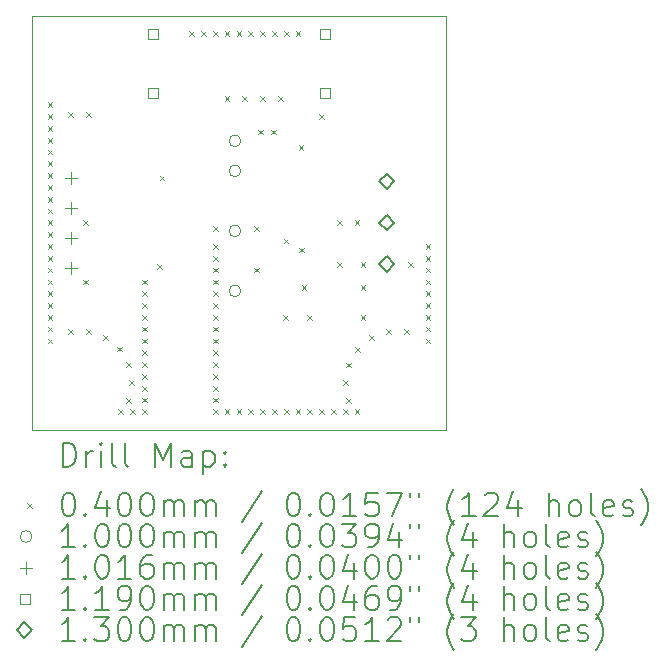
<source format=gbr>
%TF.GenerationSoftware,KiCad,Pcbnew,8.0.7*%
%TF.CreationDate,2025-01-24T14:26:29+01:00*%
%TF.ProjectId,STM32F4_GateSignalGenerator_GateDriver,53544d33-3246-4345-9f47-617465536967,rev?*%
%TF.SameCoordinates,Original*%
%TF.FileFunction,Drillmap*%
%TF.FilePolarity,Positive*%
%FSLAX45Y45*%
G04 Gerber Fmt 4.5, Leading zero omitted, Abs format (unit mm)*
G04 Created by KiCad (PCBNEW 8.0.7) date 2025-01-24 14:26:29*
%MOMM*%
%LPD*%
G01*
G04 APERTURE LIST*
%ADD10C,0.050000*%
%ADD11C,0.200000*%
%ADD12C,0.100000*%
%ADD13C,0.101600*%
%ADD14C,0.119000*%
%ADD15C,0.130000*%
G04 APERTURE END LIST*
D10*
X11750000Y-9250000D02*
X15250000Y-9250000D01*
X15250000Y-12750000D01*
X11750000Y-12750000D01*
X11750000Y-9250000D01*
D11*
D12*
X11880000Y-9980000D02*
X11920000Y-10020000D01*
X11920000Y-9980000D02*
X11880000Y-10020000D01*
X11880000Y-10080000D02*
X11920000Y-10120000D01*
X11920000Y-10080000D02*
X11880000Y-10120000D01*
X11880000Y-10180000D02*
X11920000Y-10220000D01*
X11920000Y-10180000D02*
X11880000Y-10220000D01*
X11880000Y-10280000D02*
X11920000Y-10320000D01*
X11920000Y-10280000D02*
X11880000Y-10320000D01*
X11880000Y-10380000D02*
X11920000Y-10420000D01*
X11920000Y-10380000D02*
X11880000Y-10420000D01*
X11880000Y-10480000D02*
X11920000Y-10520000D01*
X11920000Y-10480000D02*
X11880000Y-10520000D01*
X11880000Y-10580000D02*
X11920000Y-10620000D01*
X11920000Y-10580000D02*
X11880000Y-10620000D01*
X11880000Y-10680000D02*
X11920000Y-10720000D01*
X11920000Y-10680000D02*
X11880000Y-10720000D01*
X11880000Y-10780000D02*
X11920000Y-10820000D01*
X11920000Y-10780000D02*
X11880000Y-10820000D01*
X11880000Y-10880000D02*
X11920000Y-10920000D01*
X11920000Y-10880000D02*
X11880000Y-10920000D01*
X11880000Y-10980000D02*
X11920000Y-11020000D01*
X11920000Y-10980000D02*
X11880000Y-11020000D01*
X11880000Y-11080000D02*
X11920000Y-11120000D01*
X11920000Y-11080000D02*
X11880000Y-11120000D01*
X11880000Y-11180000D02*
X11920000Y-11220000D01*
X11920000Y-11180000D02*
X11880000Y-11220000D01*
X11880000Y-11280000D02*
X11920000Y-11320000D01*
X11920000Y-11280000D02*
X11880000Y-11320000D01*
X11880000Y-11380000D02*
X11920000Y-11420000D01*
X11920000Y-11380000D02*
X11880000Y-11420000D01*
X11880000Y-11480000D02*
X11920000Y-11520000D01*
X11920000Y-11480000D02*
X11880000Y-11520000D01*
X11880000Y-11580000D02*
X11920000Y-11620000D01*
X11920000Y-11580000D02*
X11880000Y-11620000D01*
X11880000Y-11680000D02*
X11920000Y-11720000D01*
X11920000Y-11680000D02*
X11880000Y-11720000D01*
X11880000Y-11780000D02*
X11920000Y-11820000D01*
X11920000Y-11780000D02*
X11880000Y-11820000D01*
X11880000Y-11880000D02*
X11920000Y-11920000D01*
X11920000Y-11880000D02*
X11880000Y-11920000D01*
X11880000Y-11980000D02*
X11920000Y-12020000D01*
X11920000Y-11980000D02*
X11880000Y-12020000D01*
X12053595Y-10063315D02*
X12093595Y-10103315D01*
X12093595Y-10063315D02*
X12053595Y-10103315D01*
X12053595Y-11897736D02*
X12093595Y-11937736D01*
X12093595Y-11897736D02*
X12053595Y-11937736D01*
X12180000Y-10980000D02*
X12220000Y-11020000D01*
X12220000Y-10980000D02*
X12180000Y-11020000D01*
X12180000Y-11480000D02*
X12220000Y-11520000D01*
X12220000Y-11480000D02*
X12180000Y-11520000D01*
X12206405Y-10063315D02*
X12246405Y-10103315D01*
X12246405Y-10063315D02*
X12206405Y-10103315D01*
X12206405Y-11897736D02*
X12246405Y-11937736D01*
X12246405Y-11897736D02*
X12206405Y-11937736D01*
X12350000Y-11950000D02*
X12390000Y-11990000D01*
X12390000Y-11950000D02*
X12350000Y-11990000D01*
X12467060Y-12048225D02*
X12507060Y-12088225D01*
X12507060Y-12048225D02*
X12467060Y-12088225D01*
X12480000Y-12580000D02*
X12520000Y-12620000D01*
X12520000Y-12580000D02*
X12480000Y-12620000D01*
X12543465Y-12180562D02*
X12583465Y-12220562D01*
X12583465Y-12180562D02*
X12543465Y-12220562D01*
X12543465Y-12481540D02*
X12583465Y-12521540D01*
X12583465Y-12481540D02*
X12543465Y-12521540D01*
X12570000Y-12331051D02*
X12610000Y-12371051D01*
X12610000Y-12331051D02*
X12570000Y-12371051D01*
X12580000Y-12580000D02*
X12620000Y-12620000D01*
X12620000Y-12580000D02*
X12580000Y-12620000D01*
X12680000Y-11480000D02*
X12720000Y-11520000D01*
X12720000Y-11480000D02*
X12680000Y-11520000D01*
X12680000Y-11580000D02*
X12720000Y-11620000D01*
X12720000Y-11580000D02*
X12680000Y-11620000D01*
X12680000Y-11680000D02*
X12720000Y-11720000D01*
X12720000Y-11680000D02*
X12680000Y-11720000D01*
X12680000Y-11780000D02*
X12720000Y-11820000D01*
X12720000Y-11780000D02*
X12680000Y-11820000D01*
X12680000Y-11880000D02*
X12720000Y-11920000D01*
X12720000Y-11880000D02*
X12680000Y-11920000D01*
X12680000Y-11980000D02*
X12720000Y-12020000D01*
X12720000Y-11980000D02*
X12680000Y-12020000D01*
X12680000Y-12080000D02*
X12720000Y-12120000D01*
X12720000Y-12080000D02*
X12680000Y-12120000D01*
X12680000Y-12180000D02*
X12720000Y-12220000D01*
X12720000Y-12180000D02*
X12680000Y-12220000D01*
X12680000Y-12280000D02*
X12720000Y-12320000D01*
X12720000Y-12280000D02*
X12680000Y-12320000D01*
X12680000Y-12380000D02*
X12720000Y-12420000D01*
X12720000Y-12380000D02*
X12680000Y-12420000D01*
X12680000Y-12480000D02*
X12720000Y-12520000D01*
X12720000Y-12480000D02*
X12680000Y-12520000D01*
X12680000Y-12580000D02*
X12720000Y-12620000D01*
X12720000Y-12580000D02*
X12680000Y-12620000D01*
X12808000Y-11351000D02*
X12848000Y-11391000D01*
X12848000Y-11351000D02*
X12808000Y-11391000D01*
X12828000Y-10600000D02*
X12868000Y-10640000D01*
X12868000Y-10600000D02*
X12828000Y-10640000D01*
X13080000Y-9380000D02*
X13120000Y-9420000D01*
X13120000Y-9380000D02*
X13080000Y-9420000D01*
X13180000Y-9380000D02*
X13220000Y-9420000D01*
X13220000Y-9380000D02*
X13180000Y-9420000D01*
X13280000Y-9380000D02*
X13320000Y-9420000D01*
X13320000Y-9380000D02*
X13280000Y-9420000D01*
X13280000Y-11030000D02*
X13320000Y-11070000D01*
X13320000Y-11030000D02*
X13280000Y-11070000D01*
X13280000Y-11180000D02*
X13320000Y-11220000D01*
X13320000Y-11180000D02*
X13280000Y-11220000D01*
X13280000Y-11280000D02*
X13320000Y-11320000D01*
X13320000Y-11280000D02*
X13280000Y-11320000D01*
X13280000Y-11380000D02*
X13320000Y-11420000D01*
X13320000Y-11380000D02*
X13280000Y-11420000D01*
X13280000Y-11480000D02*
X13320000Y-11520000D01*
X13320000Y-11480000D02*
X13280000Y-11520000D01*
X13280000Y-11580000D02*
X13320000Y-11620000D01*
X13320000Y-11580000D02*
X13280000Y-11620000D01*
X13280000Y-11680000D02*
X13320000Y-11720000D01*
X13320000Y-11680000D02*
X13280000Y-11720000D01*
X13280000Y-11780000D02*
X13320000Y-11820000D01*
X13320000Y-11780000D02*
X13280000Y-11820000D01*
X13280000Y-11880000D02*
X13320000Y-11920000D01*
X13320000Y-11880000D02*
X13280000Y-11920000D01*
X13280000Y-11980000D02*
X13320000Y-12020000D01*
X13320000Y-11980000D02*
X13280000Y-12020000D01*
X13280000Y-12080000D02*
X13320000Y-12120000D01*
X13320000Y-12080000D02*
X13280000Y-12120000D01*
X13280000Y-12180000D02*
X13320000Y-12220000D01*
X13320000Y-12180000D02*
X13280000Y-12220000D01*
X13280000Y-12280000D02*
X13320000Y-12320000D01*
X13320000Y-12280000D02*
X13280000Y-12320000D01*
X13280000Y-12380000D02*
X13320000Y-12420000D01*
X13320000Y-12380000D02*
X13280000Y-12420000D01*
X13280000Y-12480000D02*
X13320000Y-12520000D01*
X13320000Y-12480000D02*
X13280000Y-12520000D01*
X13280000Y-12580000D02*
X13320000Y-12620000D01*
X13320000Y-12580000D02*
X13280000Y-12620000D01*
X13380000Y-9380000D02*
X13420000Y-9420000D01*
X13420000Y-9380000D02*
X13380000Y-9420000D01*
X13380000Y-9930000D02*
X13420000Y-9970000D01*
X13420000Y-9930000D02*
X13380000Y-9970000D01*
X13380000Y-12580000D02*
X13420000Y-12620000D01*
X13420000Y-12580000D02*
X13380000Y-12620000D01*
X13480000Y-9380000D02*
X13520000Y-9420000D01*
X13520000Y-9380000D02*
X13480000Y-9420000D01*
X13480000Y-12580000D02*
X13520000Y-12620000D01*
X13520000Y-12580000D02*
X13480000Y-12620000D01*
X13530000Y-9930000D02*
X13570000Y-9970000D01*
X13570000Y-9930000D02*
X13530000Y-9970000D01*
X13580000Y-9380000D02*
X13620000Y-9420000D01*
X13620000Y-9380000D02*
X13580000Y-9420000D01*
X13580000Y-12580000D02*
X13620000Y-12620000D01*
X13620000Y-12580000D02*
X13580000Y-12620000D01*
X13630000Y-11030000D02*
X13670000Y-11070000D01*
X13670000Y-11030000D02*
X13630000Y-11070000D01*
X13630000Y-11380000D02*
X13670000Y-11420000D01*
X13670000Y-11380000D02*
X13630000Y-11420000D01*
X13660000Y-10210000D02*
X13700000Y-10250000D01*
X13700000Y-10210000D02*
X13660000Y-10250000D01*
X13680000Y-9380000D02*
X13720000Y-9420000D01*
X13720000Y-9380000D02*
X13680000Y-9420000D01*
X13680000Y-9930000D02*
X13720000Y-9970000D01*
X13720000Y-9930000D02*
X13680000Y-9970000D01*
X13680000Y-12580000D02*
X13720000Y-12620000D01*
X13720000Y-12580000D02*
X13680000Y-12620000D01*
X13770000Y-10210000D02*
X13810000Y-10250000D01*
X13810000Y-10210000D02*
X13770000Y-10250000D01*
X13780000Y-9380000D02*
X13820000Y-9420000D01*
X13820000Y-9380000D02*
X13780000Y-9420000D01*
X13780000Y-12580000D02*
X13820000Y-12620000D01*
X13820000Y-12580000D02*
X13780000Y-12620000D01*
X13830000Y-9930000D02*
X13870000Y-9970000D01*
X13870000Y-9930000D02*
X13830000Y-9970000D01*
X13872000Y-11780000D02*
X13912000Y-11820000D01*
X13912000Y-11780000D02*
X13872000Y-11820000D01*
X13879500Y-11133500D02*
X13919500Y-11173500D01*
X13919500Y-11133500D02*
X13879500Y-11173500D01*
X13880000Y-9380000D02*
X13920000Y-9420000D01*
X13920000Y-9380000D02*
X13880000Y-9420000D01*
X13880000Y-12580000D02*
X13920000Y-12620000D01*
X13920000Y-12580000D02*
X13880000Y-12620000D01*
X13980000Y-9380000D02*
X14020000Y-9420000D01*
X14020000Y-9380000D02*
X13980000Y-9420000D01*
X13980000Y-12580000D02*
X14020000Y-12620000D01*
X14020000Y-12580000D02*
X13980000Y-12620000D01*
X14006000Y-10344000D02*
X14046000Y-10384000D01*
X14046000Y-10344000D02*
X14006000Y-10384000D01*
X14007000Y-11210000D02*
X14047000Y-11250000D01*
X14047000Y-11210000D02*
X14007000Y-11250000D01*
X14030000Y-11530000D02*
X14070000Y-11570000D01*
X14070000Y-11530000D02*
X14030000Y-11570000D01*
X14080000Y-11780000D02*
X14120000Y-11820000D01*
X14120000Y-11780000D02*
X14080000Y-11820000D01*
X14080000Y-12580000D02*
X14120000Y-12620000D01*
X14120000Y-12580000D02*
X14080000Y-12620000D01*
X14180000Y-10080000D02*
X14220000Y-10120000D01*
X14220000Y-10080000D02*
X14180000Y-10120000D01*
X14180000Y-12580000D02*
X14220000Y-12620000D01*
X14220000Y-12580000D02*
X14180000Y-12620000D01*
X14280000Y-12580000D02*
X14320000Y-12620000D01*
X14320000Y-12580000D02*
X14280000Y-12620000D01*
X14330000Y-10980000D02*
X14370000Y-11020000D01*
X14370000Y-10980000D02*
X14330000Y-11020000D01*
X14330000Y-11330000D02*
X14370000Y-11370000D01*
X14370000Y-11330000D02*
X14330000Y-11370000D01*
X14380000Y-12580000D02*
X14420000Y-12620000D01*
X14420000Y-12580000D02*
X14380000Y-12620000D01*
X14383595Y-12333315D02*
X14423595Y-12373315D01*
X14423595Y-12333315D02*
X14383595Y-12373315D01*
X14410130Y-12182826D02*
X14450130Y-12222826D01*
X14450130Y-12182826D02*
X14410130Y-12222826D01*
X14410130Y-12483804D02*
X14450130Y-12523804D01*
X14450130Y-12483804D02*
X14410130Y-12523804D01*
X14480000Y-10980000D02*
X14520000Y-11020000D01*
X14520000Y-10980000D02*
X14480000Y-11020000D01*
X14480000Y-12580000D02*
X14520000Y-12620000D01*
X14520000Y-12580000D02*
X14480000Y-12620000D01*
X14486535Y-12050489D02*
X14526535Y-12090489D01*
X14526535Y-12050489D02*
X14486535Y-12090489D01*
X14530000Y-11330000D02*
X14570000Y-11370000D01*
X14570000Y-11330000D02*
X14530000Y-11370000D01*
X14530000Y-11530000D02*
X14570000Y-11570000D01*
X14570000Y-11530000D02*
X14530000Y-11570000D01*
X14530000Y-11780000D02*
X14570000Y-11820000D01*
X14570000Y-11780000D02*
X14530000Y-11820000D01*
X14603595Y-11952264D02*
X14643595Y-11992264D01*
X14643595Y-11952264D02*
X14603595Y-11992264D01*
X14747190Y-11900000D02*
X14787190Y-11940000D01*
X14787190Y-11900000D02*
X14747190Y-11940000D01*
X14900000Y-11900000D02*
X14940000Y-11940000D01*
X14940000Y-11900000D02*
X14900000Y-11940000D01*
X14930000Y-11330000D02*
X14970000Y-11370000D01*
X14970000Y-11330000D02*
X14930000Y-11370000D01*
X15080000Y-11180000D02*
X15120000Y-11220000D01*
X15120000Y-11180000D02*
X15080000Y-11220000D01*
X15080000Y-11280000D02*
X15120000Y-11320000D01*
X15120000Y-11280000D02*
X15080000Y-11320000D01*
X15080000Y-11380000D02*
X15120000Y-11420000D01*
X15120000Y-11380000D02*
X15080000Y-11420000D01*
X15080000Y-11480000D02*
X15120000Y-11520000D01*
X15120000Y-11480000D02*
X15080000Y-11520000D01*
X15080000Y-11580000D02*
X15120000Y-11620000D01*
X15120000Y-11580000D02*
X15080000Y-11620000D01*
X15080000Y-11680000D02*
X15120000Y-11720000D01*
X15120000Y-11680000D02*
X15080000Y-11720000D01*
X15080000Y-11780000D02*
X15120000Y-11820000D01*
X15120000Y-11780000D02*
X15080000Y-11820000D01*
X15080000Y-11880000D02*
X15120000Y-11920000D01*
X15120000Y-11880000D02*
X15080000Y-11920000D01*
X15080000Y-11980000D02*
X15120000Y-12020000D01*
X15120000Y-11980000D02*
X15080000Y-12020000D01*
X13515970Y-10306250D02*
G75*
G02*
X13415970Y-10306250I-50000J0D01*
G01*
X13415970Y-10306250D02*
G75*
G02*
X13515970Y-10306250I50000J0D01*
G01*
X13515970Y-10560250D02*
G75*
G02*
X13415970Y-10560250I-50000J0D01*
G01*
X13415970Y-10560250D02*
G75*
G02*
X13515970Y-10560250I50000J0D01*
G01*
X13515970Y-11068250D02*
G75*
G02*
X13415970Y-11068250I-50000J0D01*
G01*
X13415970Y-11068250D02*
G75*
G02*
X13515970Y-11068250I50000J0D01*
G01*
X13515970Y-11576250D02*
G75*
G02*
X13415970Y-11576250I-50000J0D01*
G01*
X13415970Y-11576250D02*
G75*
G02*
X13515970Y-11576250I50000J0D01*
G01*
D13*
X12077500Y-10570200D02*
X12077500Y-10671800D01*
X12026700Y-10621000D02*
X12128300Y-10621000D01*
X12077500Y-10824200D02*
X12077500Y-10925800D01*
X12026700Y-10875000D02*
X12128300Y-10875000D01*
X12077500Y-11078200D02*
X12077500Y-11179800D01*
X12026700Y-11129000D02*
X12128300Y-11129000D01*
X12077500Y-11332200D02*
X12077500Y-11433800D01*
X12026700Y-11383000D02*
X12128300Y-11383000D01*
D14*
X12812073Y-9442073D02*
X12812073Y-9357927D01*
X12727927Y-9357927D01*
X12727927Y-9442073D01*
X12812073Y-9442073D01*
X12812073Y-9942073D02*
X12812073Y-9857927D01*
X12727927Y-9857927D01*
X12727927Y-9942073D01*
X12812073Y-9942073D01*
X14272073Y-9442073D02*
X14272073Y-9357927D01*
X14187927Y-9357927D01*
X14187927Y-9442073D01*
X14272073Y-9442073D01*
X14272073Y-9942073D02*
X14272073Y-9857927D01*
X14187927Y-9857927D01*
X14187927Y-9942073D01*
X14272073Y-9942073D01*
D15*
X14750000Y-10715000D02*
X14815000Y-10650000D01*
X14750000Y-10585000D01*
X14685000Y-10650000D01*
X14750000Y-10715000D01*
X14750000Y-11065000D02*
X14815000Y-11000000D01*
X14750000Y-10935000D01*
X14685000Y-11000000D01*
X14750000Y-11065000D01*
X14750000Y-11415000D02*
X14815000Y-11350000D01*
X14750000Y-11285000D01*
X14685000Y-11350000D01*
X14750000Y-11415000D01*
D11*
X12008277Y-13063984D02*
X12008277Y-12863984D01*
X12008277Y-12863984D02*
X12055896Y-12863984D01*
X12055896Y-12863984D02*
X12084467Y-12873508D01*
X12084467Y-12873508D02*
X12103515Y-12892555D01*
X12103515Y-12892555D02*
X12113039Y-12911603D01*
X12113039Y-12911603D02*
X12122562Y-12949698D01*
X12122562Y-12949698D02*
X12122562Y-12978269D01*
X12122562Y-12978269D02*
X12113039Y-13016365D01*
X12113039Y-13016365D02*
X12103515Y-13035412D01*
X12103515Y-13035412D02*
X12084467Y-13054460D01*
X12084467Y-13054460D02*
X12055896Y-13063984D01*
X12055896Y-13063984D02*
X12008277Y-13063984D01*
X12208277Y-13063984D02*
X12208277Y-12930650D01*
X12208277Y-12968746D02*
X12217801Y-12949698D01*
X12217801Y-12949698D02*
X12227324Y-12940174D01*
X12227324Y-12940174D02*
X12246372Y-12930650D01*
X12246372Y-12930650D02*
X12265420Y-12930650D01*
X12332086Y-13063984D02*
X12332086Y-12930650D01*
X12332086Y-12863984D02*
X12322562Y-12873508D01*
X12322562Y-12873508D02*
X12332086Y-12883031D01*
X12332086Y-12883031D02*
X12341610Y-12873508D01*
X12341610Y-12873508D02*
X12332086Y-12863984D01*
X12332086Y-12863984D02*
X12332086Y-12883031D01*
X12455896Y-13063984D02*
X12436848Y-13054460D01*
X12436848Y-13054460D02*
X12427324Y-13035412D01*
X12427324Y-13035412D02*
X12427324Y-12863984D01*
X12560658Y-13063984D02*
X12541610Y-13054460D01*
X12541610Y-13054460D02*
X12532086Y-13035412D01*
X12532086Y-13035412D02*
X12532086Y-12863984D01*
X12789229Y-13063984D02*
X12789229Y-12863984D01*
X12789229Y-12863984D02*
X12855896Y-13006841D01*
X12855896Y-13006841D02*
X12922562Y-12863984D01*
X12922562Y-12863984D02*
X12922562Y-13063984D01*
X13103515Y-13063984D02*
X13103515Y-12959222D01*
X13103515Y-12959222D02*
X13093991Y-12940174D01*
X13093991Y-12940174D02*
X13074943Y-12930650D01*
X13074943Y-12930650D02*
X13036848Y-12930650D01*
X13036848Y-12930650D02*
X13017801Y-12940174D01*
X13103515Y-13054460D02*
X13084467Y-13063984D01*
X13084467Y-13063984D02*
X13036848Y-13063984D01*
X13036848Y-13063984D02*
X13017801Y-13054460D01*
X13017801Y-13054460D02*
X13008277Y-13035412D01*
X13008277Y-13035412D02*
X13008277Y-13016365D01*
X13008277Y-13016365D02*
X13017801Y-12997317D01*
X13017801Y-12997317D02*
X13036848Y-12987793D01*
X13036848Y-12987793D02*
X13084467Y-12987793D01*
X13084467Y-12987793D02*
X13103515Y-12978269D01*
X13198753Y-12930650D02*
X13198753Y-13130650D01*
X13198753Y-12940174D02*
X13217801Y-12930650D01*
X13217801Y-12930650D02*
X13255896Y-12930650D01*
X13255896Y-12930650D02*
X13274943Y-12940174D01*
X13274943Y-12940174D02*
X13284467Y-12949698D01*
X13284467Y-12949698D02*
X13293991Y-12968746D01*
X13293991Y-12968746D02*
X13293991Y-13025888D01*
X13293991Y-13025888D02*
X13284467Y-13044936D01*
X13284467Y-13044936D02*
X13274943Y-13054460D01*
X13274943Y-13054460D02*
X13255896Y-13063984D01*
X13255896Y-13063984D02*
X13217801Y-13063984D01*
X13217801Y-13063984D02*
X13198753Y-13054460D01*
X13379705Y-13044936D02*
X13389229Y-13054460D01*
X13389229Y-13054460D02*
X13379705Y-13063984D01*
X13379705Y-13063984D02*
X13370182Y-13054460D01*
X13370182Y-13054460D02*
X13379705Y-13044936D01*
X13379705Y-13044936D02*
X13379705Y-13063984D01*
X13379705Y-12940174D02*
X13389229Y-12949698D01*
X13389229Y-12949698D02*
X13379705Y-12959222D01*
X13379705Y-12959222D02*
X13370182Y-12949698D01*
X13370182Y-12949698D02*
X13379705Y-12940174D01*
X13379705Y-12940174D02*
X13379705Y-12959222D01*
D12*
X11707500Y-13372500D02*
X11747500Y-13412500D01*
X11747500Y-13372500D02*
X11707500Y-13412500D01*
D11*
X12046372Y-13283984D02*
X12065420Y-13283984D01*
X12065420Y-13283984D02*
X12084467Y-13293508D01*
X12084467Y-13293508D02*
X12093991Y-13303031D01*
X12093991Y-13303031D02*
X12103515Y-13322079D01*
X12103515Y-13322079D02*
X12113039Y-13360174D01*
X12113039Y-13360174D02*
X12113039Y-13407793D01*
X12113039Y-13407793D02*
X12103515Y-13445888D01*
X12103515Y-13445888D02*
X12093991Y-13464936D01*
X12093991Y-13464936D02*
X12084467Y-13474460D01*
X12084467Y-13474460D02*
X12065420Y-13483984D01*
X12065420Y-13483984D02*
X12046372Y-13483984D01*
X12046372Y-13483984D02*
X12027324Y-13474460D01*
X12027324Y-13474460D02*
X12017801Y-13464936D01*
X12017801Y-13464936D02*
X12008277Y-13445888D01*
X12008277Y-13445888D02*
X11998753Y-13407793D01*
X11998753Y-13407793D02*
X11998753Y-13360174D01*
X11998753Y-13360174D02*
X12008277Y-13322079D01*
X12008277Y-13322079D02*
X12017801Y-13303031D01*
X12017801Y-13303031D02*
X12027324Y-13293508D01*
X12027324Y-13293508D02*
X12046372Y-13283984D01*
X12198753Y-13464936D02*
X12208277Y-13474460D01*
X12208277Y-13474460D02*
X12198753Y-13483984D01*
X12198753Y-13483984D02*
X12189229Y-13474460D01*
X12189229Y-13474460D02*
X12198753Y-13464936D01*
X12198753Y-13464936D02*
X12198753Y-13483984D01*
X12379705Y-13350650D02*
X12379705Y-13483984D01*
X12332086Y-13274460D02*
X12284467Y-13417317D01*
X12284467Y-13417317D02*
X12408277Y-13417317D01*
X12522562Y-13283984D02*
X12541610Y-13283984D01*
X12541610Y-13283984D02*
X12560658Y-13293508D01*
X12560658Y-13293508D02*
X12570182Y-13303031D01*
X12570182Y-13303031D02*
X12579705Y-13322079D01*
X12579705Y-13322079D02*
X12589229Y-13360174D01*
X12589229Y-13360174D02*
X12589229Y-13407793D01*
X12589229Y-13407793D02*
X12579705Y-13445888D01*
X12579705Y-13445888D02*
X12570182Y-13464936D01*
X12570182Y-13464936D02*
X12560658Y-13474460D01*
X12560658Y-13474460D02*
X12541610Y-13483984D01*
X12541610Y-13483984D02*
X12522562Y-13483984D01*
X12522562Y-13483984D02*
X12503515Y-13474460D01*
X12503515Y-13474460D02*
X12493991Y-13464936D01*
X12493991Y-13464936D02*
X12484467Y-13445888D01*
X12484467Y-13445888D02*
X12474943Y-13407793D01*
X12474943Y-13407793D02*
X12474943Y-13360174D01*
X12474943Y-13360174D02*
X12484467Y-13322079D01*
X12484467Y-13322079D02*
X12493991Y-13303031D01*
X12493991Y-13303031D02*
X12503515Y-13293508D01*
X12503515Y-13293508D02*
X12522562Y-13283984D01*
X12713039Y-13283984D02*
X12732086Y-13283984D01*
X12732086Y-13283984D02*
X12751134Y-13293508D01*
X12751134Y-13293508D02*
X12760658Y-13303031D01*
X12760658Y-13303031D02*
X12770182Y-13322079D01*
X12770182Y-13322079D02*
X12779705Y-13360174D01*
X12779705Y-13360174D02*
X12779705Y-13407793D01*
X12779705Y-13407793D02*
X12770182Y-13445888D01*
X12770182Y-13445888D02*
X12760658Y-13464936D01*
X12760658Y-13464936D02*
X12751134Y-13474460D01*
X12751134Y-13474460D02*
X12732086Y-13483984D01*
X12732086Y-13483984D02*
X12713039Y-13483984D01*
X12713039Y-13483984D02*
X12693991Y-13474460D01*
X12693991Y-13474460D02*
X12684467Y-13464936D01*
X12684467Y-13464936D02*
X12674943Y-13445888D01*
X12674943Y-13445888D02*
X12665420Y-13407793D01*
X12665420Y-13407793D02*
X12665420Y-13360174D01*
X12665420Y-13360174D02*
X12674943Y-13322079D01*
X12674943Y-13322079D02*
X12684467Y-13303031D01*
X12684467Y-13303031D02*
X12693991Y-13293508D01*
X12693991Y-13293508D02*
X12713039Y-13283984D01*
X12865420Y-13483984D02*
X12865420Y-13350650D01*
X12865420Y-13369698D02*
X12874943Y-13360174D01*
X12874943Y-13360174D02*
X12893991Y-13350650D01*
X12893991Y-13350650D02*
X12922563Y-13350650D01*
X12922563Y-13350650D02*
X12941610Y-13360174D01*
X12941610Y-13360174D02*
X12951134Y-13379222D01*
X12951134Y-13379222D02*
X12951134Y-13483984D01*
X12951134Y-13379222D02*
X12960658Y-13360174D01*
X12960658Y-13360174D02*
X12979705Y-13350650D01*
X12979705Y-13350650D02*
X13008277Y-13350650D01*
X13008277Y-13350650D02*
X13027324Y-13360174D01*
X13027324Y-13360174D02*
X13036848Y-13379222D01*
X13036848Y-13379222D02*
X13036848Y-13483984D01*
X13132086Y-13483984D02*
X13132086Y-13350650D01*
X13132086Y-13369698D02*
X13141610Y-13360174D01*
X13141610Y-13360174D02*
X13160658Y-13350650D01*
X13160658Y-13350650D02*
X13189229Y-13350650D01*
X13189229Y-13350650D02*
X13208277Y-13360174D01*
X13208277Y-13360174D02*
X13217801Y-13379222D01*
X13217801Y-13379222D02*
X13217801Y-13483984D01*
X13217801Y-13379222D02*
X13227324Y-13360174D01*
X13227324Y-13360174D02*
X13246372Y-13350650D01*
X13246372Y-13350650D02*
X13274943Y-13350650D01*
X13274943Y-13350650D02*
X13293991Y-13360174D01*
X13293991Y-13360174D02*
X13303515Y-13379222D01*
X13303515Y-13379222D02*
X13303515Y-13483984D01*
X13693991Y-13274460D02*
X13522563Y-13531603D01*
X13951134Y-13283984D02*
X13970182Y-13283984D01*
X13970182Y-13283984D02*
X13989229Y-13293508D01*
X13989229Y-13293508D02*
X13998753Y-13303031D01*
X13998753Y-13303031D02*
X14008277Y-13322079D01*
X14008277Y-13322079D02*
X14017801Y-13360174D01*
X14017801Y-13360174D02*
X14017801Y-13407793D01*
X14017801Y-13407793D02*
X14008277Y-13445888D01*
X14008277Y-13445888D02*
X13998753Y-13464936D01*
X13998753Y-13464936D02*
X13989229Y-13474460D01*
X13989229Y-13474460D02*
X13970182Y-13483984D01*
X13970182Y-13483984D02*
X13951134Y-13483984D01*
X13951134Y-13483984D02*
X13932086Y-13474460D01*
X13932086Y-13474460D02*
X13922563Y-13464936D01*
X13922563Y-13464936D02*
X13913039Y-13445888D01*
X13913039Y-13445888D02*
X13903515Y-13407793D01*
X13903515Y-13407793D02*
X13903515Y-13360174D01*
X13903515Y-13360174D02*
X13913039Y-13322079D01*
X13913039Y-13322079D02*
X13922563Y-13303031D01*
X13922563Y-13303031D02*
X13932086Y-13293508D01*
X13932086Y-13293508D02*
X13951134Y-13283984D01*
X14103515Y-13464936D02*
X14113039Y-13474460D01*
X14113039Y-13474460D02*
X14103515Y-13483984D01*
X14103515Y-13483984D02*
X14093991Y-13474460D01*
X14093991Y-13474460D02*
X14103515Y-13464936D01*
X14103515Y-13464936D02*
X14103515Y-13483984D01*
X14236848Y-13283984D02*
X14255896Y-13283984D01*
X14255896Y-13283984D02*
X14274944Y-13293508D01*
X14274944Y-13293508D02*
X14284467Y-13303031D01*
X14284467Y-13303031D02*
X14293991Y-13322079D01*
X14293991Y-13322079D02*
X14303515Y-13360174D01*
X14303515Y-13360174D02*
X14303515Y-13407793D01*
X14303515Y-13407793D02*
X14293991Y-13445888D01*
X14293991Y-13445888D02*
X14284467Y-13464936D01*
X14284467Y-13464936D02*
X14274944Y-13474460D01*
X14274944Y-13474460D02*
X14255896Y-13483984D01*
X14255896Y-13483984D02*
X14236848Y-13483984D01*
X14236848Y-13483984D02*
X14217801Y-13474460D01*
X14217801Y-13474460D02*
X14208277Y-13464936D01*
X14208277Y-13464936D02*
X14198753Y-13445888D01*
X14198753Y-13445888D02*
X14189229Y-13407793D01*
X14189229Y-13407793D02*
X14189229Y-13360174D01*
X14189229Y-13360174D02*
X14198753Y-13322079D01*
X14198753Y-13322079D02*
X14208277Y-13303031D01*
X14208277Y-13303031D02*
X14217801Y-13293508D01*
X14217801Y-13293508D02*
X14236848Y-13283984D01*
X14493991Y-13483984D02*
X14379706Y-13483984D01*
X14436848Y-13483984D02*
X14436848Y-13283984D01*
X14436848Y-13283984D02*
X14417801Y-13312555D01*
X14417801Y-13312555D02*
X14398753Y-13331603D01*
X14398753Y-13331603D02*
X14379706Y-13341127D01*
X14674944Y-13283984D02*
X14579706Y-13283984D01*
X14579706Y-13283984D02*
X14570182Y-13379222D01*
X14570182Y-13379222D02*
X14579706Y-13369698D01*
X14579706Y-13369698D02*
X14598753Y-13360174D01*
X14598753Y-13360174D02*
X14646372Y-13360174D01*
X14646372Y-13360174D02*
X14665420Y-13369698D01*
X14665420Y-13369698D02*
X14674944Y-13379222D01*
X14674944Y-13379222D02*
X14684467Y-13398269D01*
X14684467Y-13398269D02*
X14684467Y-13445888D01*
X14684467Y-13445888D02*
X14674944Y-13464936D01*
X14674944Y-13464936D02*
X14665420Y-13474460D01*
X14665420Y-13474460D02*
X14646372Y-13483984D01*
X14646372Y-13483984D02*
X14598753Y-13483984D01*
X14598753Y-13483984D02*
X14579706Y-13474460D01*
X14579706Y-13474460D02*
X14570182Y-13464936D01*
X14751134Y-13283984D02*
X14884467Y-13283984D01*
X14884467Y-13283984D02*
X14798753Y-13483984D01*
X14951134Y-13283984D02*
X14951134Y-13322079D01*
X15027325Y-13283984D02*
X15027325Y-13322079D01*
X15322563Y-13560174D02*
X15313039Y-13550650D01*
X15313039Y-13550650D02*
X15293991Y-13522079D01*
X15293991Y-13522079D02*
X15284468Y-13503031D01*
X15284468Y-13503031D02*
X15274944Y-13474460D01*
X15274944Y-13474460D02*
X15265420Y-13426841D01*
X15265420Y-13426841D02*
X15265420Y-13388746D01*
X15265420Y-13388746D02*
X15274944Y-13341127D01*
X15274944Y-13341127D02*
X15284468Y-13312555D01*
X15284468Y-13312555D02*
X15293991Y-13293508D01*
X15293991Y-13293508D02*
X15313039Y-13264936D01*
X15313039Y-13264936D02*
X15322563Y-13255412D01*
X15503515Y-13483984D02*
X15389229Y-13483984D01*
X15446372Y-13483984D02*
X15446372Y-13283984D01*
X15446372Y-13283984D02*
X15427325Y-13312555D01*
X15427325Y-13312555D02*
X15408277Y-13331603D01*
X15408277Y-13331603D02*
X15389229Y-13341127D01*
X15579706Y-13303031D02*
X15589229Y-13293508D01*
X15589229Y-13293508D02*
X15608277Y-13283984D01*
X15608277Y-13283984D02*
X15655896Y-13283984D01*
X15655896Y-13283984D02*
X15674944Y-13293508D01*
X15674944Y-13293508D02*
X15684468Y-13303031D01*
X15684468Y-13303031D02*
X15693991Y-13322079D01*
X15693991Y-13322079D02*
X15693991Y-13341127D01*
X15693991Y-13341127D02*
X15684468Y-13369698D01*
X15684468Y-13369698D02*
X15570182Y-13483984D01*
X15570182Y-13483984D02*
X15693991Y-13483984D01*
X15865420Y-13350650D02*
X15865420Y-13483984D01*
X15817801Y-13274460D02*
X15770182Y-13417317D01*
X15770182Y-13417317D02*
X15893991Y-13417317D01*
X16122563Y-13483984D02*
X16122563Y-13283984D01*
X16208277Y-13483984D02*
X16208277Y-13379222D01*
X16208277Y-13379222D02*
X16198753Y-13360174D01*
X16198753Y-13360174D02*
X16179706Y-13350650D01*
X16179706Y-13350650D02*
X16151134Y-13350650D01*
X16151134Y-13350650D02*
X16132087Y-13360174D01*
X16132087Y-13360174D02*
X16122563Y-13369698D01*
X16332087Y-13483984D02*
X16313039Y-13474460D01*
X16313039Y-13474460D02*
X16303515Y-13464936D01*
X16303515Y-13464936D02*
X16293991Y-13445888D01*
X16293991Y-13445888D02*
X16293991Y-13388746D01*
X16293991Y-13388746D02*
X16303515Y-13369698D01*
X16303515Y-13369698D02*
X16313039Y-13360174D01*
X16313039Y-13360174D02*
X16332087Y-13350650D01*
X16332087Y-13350650D02*
X16360658Y-13350650D01*
X16360658Y-13350650D02*
X16379706Y-13360174D01*
X16379706Y-13360174D02*
X16389230Y-13369698D01*
X16389230Y-13369698D02*
X16398753Y-13388746D01*
X16398753Y-13388746D02*
X16398753Y-13445888D01*
X16398753Y-13445888D02*
X16389230Y-13464936D01*
X16389230Y-13464936D02*
X16379706Y-13474460D01*
X16379706Y-13474460D02*
X16360658Y-13483984D01*
X16360658Y-13483984D02*
X16332087Y-13483984D01*
X16513039Y-13483984D02*
X16493991Y-13474460D01*
X16493991Y-13474460D02*
X16484468Y-13455412D01*
X16484468Y-13455412D02*
X16484468Y-13283984D01*
X16665420Y-13474460D02*
X16646372Y-13483984D01*
X16646372Y-13483984D02*
X16608277Y-13483984D01*
X16608277Y-13483984D02*
X16589230Y-13474460D01*
X16589230Y-13474460D02*
X16579706Y-13455412D01*
X16579706Y-13455412D02*
X16579706Y-13379222D01*
X16579706Y-13379222D02*
X16589230Y-13360174D01*
X16589230Y-13360174D02*
X16608277Y-13350650D01*
X16608277Y-13350650D02*
X16646372Y-13350650D01*
X16646372Y-13350650D02*
X16665420Y-13360174D01*
X16665420Y-13360174D02*
X16674944Y-13379222D01*
X16674944Y-13379222D02*
X16674944Y-13398269D01*
X16674944Y-13398269D02*
X16579706Y-13417317D01*
X16751134Y-13474460D02*
X16770182Y-13483984D01*
X16770182Y-13483984D02*
X16808277Y-13483984D01*
X16808277Y-13483984D02*
X16827325Y-13474460D01*
X16827325Y-13474460D02*
X16836849Y-13455412D01*
X16836849Y-13455412D02*
X16836849Y-13445888D01*
X16836849Y-13445888D02*
X16827325Y-13426841D01*
X16827325Y-13426841D02*
X16808277Y-13417317D01*
X16808277Y-13417317D02*
X16779706Y-13417317D01*
X16779706Y-13417317D02*
X16760658Y-13407793D01*
X16760658Y-13407793D02*
X16751134Y-13388746D01*
X16751134Y-13388746D02*
X16751134Y-13379222D01*
X16751134Y-13379222D02*
X16760658Y-13360174D01*
X16760658Y-13360174D02*
X16779706Y-13350650D01*
X16779706Y-13350650D02*
X16808277Y-13350650D01*
X16808277Y-13350650D02*
X16827325Y-13360174D01*
X16903515Y-13560174D02*
X16913039Y-13550650D01*
X16913039Y-13550650D02*
X16932087Y-13522079D01*
X16932087Y-13522079D02*
X16941611Y-13503031D01*
X16941611Y-13503031D02*
X16951134Y-13474460D01*
X16951134Y-13474460D02*
X16960658Y-13426841D01*
X16960658Y-13426841D02*
X16960658Y-13388746D01*
X16960658Y-13388746D02*
X16951134Y-13341127D01*
X16951134Y-13341127D02*
X16941611Y-13312555D01*
X16941611Y-13312555D02*
X16932087Y-13293508D01*
X16932087Y-13293508D02*
X16913039Y-13264936D01*
X16913039Y-13264936D02*
X16903515Y-13255412D01*
D12*
X11747500Y-13656500D02*
G75*
G02*
X11647500Y-13656500I-50000J0D01*
G01*
X11647500Y-13656500D02*
G75*
G02*
X11747500Y-13656500I50000J0D01*
G01*
D11*
X12113039Y-13747984D02*
X11998753Y-13747984D01*
X12055896Y-13747984D02*
X12055896Y-13547984D01*
X12055896Y-13547984D02*
X12036848Y-13576555D01*
X12036848Y-13576555D02*
X12017801Y-13595603D01*
X12017801Y-13595603D02*
X11998753Y-13605127D01*
X12198753Y-13728936D02*
X12208277Y-13738460D01*
X12208277Y-13738460D02*
X12198753Y-13747984D01*
X12198753Y-13747984D02*
X12189229Y-13738460D01*
X12189229Y-13738460D02*
X12198753Y-13728936D01*
X12198753Y-13728936D02*
X12198753Y-13747984D01*
X12332086Y-13547984D02*
X12351134Y-13547984D01*
X12351134Y-13547984D02*
X12370182Y-13557508D01*
X12370182Y-13557508D02*
X12379705Y-13567031D01*
X12379705Y-13567031D02*
X12389229Y-13586079D01*
X12389229Y-13586079D02*
X12398753Y-13624174D01*
X12398753Y-13624174D02*
X12398753Y-13671793D01*
X12398753Y-13671793D02*
X12389229Y-13709888D01*
X12389229Y-13709888D02*
X12379705Y-13728936D01*
X12379705Y-13728936D02*
X12370182Y-13738460D01*
X12370182Y-13738460D02*
X12351134Y-13747984D01*
X12351134Y-13747984D02*
X12332086Y-13747984D01*
X12332086Y-13747984D02*
X12313039Y-13738460D01*
X12313039Y-13738460D02*
X12303515Y-13728936D01*
X12303515Y-13728936D02*
X12293991Y-13709888D01*
X12293991Y-13709888D02*
X12284467Y-13671793D01*
X12284467Y-13671793D02*
X12284467Y-13624174D01*
X12284467Y-13624174D02*
X12293991Y-13586079D01*
X12293991Y-13586079D02*
X12303515Y-13567031D01*
X12303515Y-13567031D02*
X12313039Y-13557508D01*
X12313039Y-13557508D02*
X12332086Y-13547984D01*
X12522562Y-13547984D02*
X12541610Y-13547984D01*
X12541610Y-13547984D02*
X12560658Y-13557508D01*
X12560658Y-13557508D02*
X12570182Y-13567031D01*
X12570182Y-13567031D02*
X12579705Y-13586079D01*
X12579705Y-13586079D02*
X12589229Y-13624174D01*
X12589229Y-13624174D02*
X12589229Y-13671793D01*
X12589229Y-13671793D02*
X12579705Y-13709888D01*
X12579705Y-13709888D02*
X12570182Y-13728936D01*
X12570182Y-13728936D02*
X12560658Y-13738460D01*
X12560658Y-13738460D02*
X12541610Y-13747984D01*
X12541610Y-13747984D02*
X12522562Y-13747984D01*
X12522562Y-13747984D02*
X12503515Y-13738460D01*
X12503515Y-13738460D02*
X12493991Y-13728936D01*
X12493991Y-13728936D02*
X12484467Y-13709888D01*
X12484467Y-13709888D02*
X12474943Y-13671793D01*
X12474943Y-13671793D02*
X12474943Y-13624174D01*
X12474943Y-13624174D02*
X12484467Y-13586079D01*
X12484467Y-13586079D02*
X12493991Y-13567031D01*
X12493991Y-13567031D02*
X12503515Y-13557508D01*
X12503515Y-13557508D02*
X12522562Y-13547984D01*
X12713039Y-13547984D02*
X12732086Y-13547984D01*
X12732086Y-13547984D02*
X12751134Y-13557508D01*
X12751134Y-13557508D02*
X12760658Y-13567031D01*
X12760658Y-13567031D02*
X12770182Y-13586079D01*
X12770182Y-13586079D02*
X12779705Y-13624174D01*
X12779705Y-13624174D02*
X12779705Y-13671793D01*
X12779705Y-13671793D02*
X12770182Y-13709888D01*
X12770182Y-13709888D02*
X12760658Y-13728936D01*
X12760658Y-13728936D02*
X12751134Y-13738460D01*
X12751134Y-13738460D02*
X12732086Y-13747984D01*
X12732086Y-13747984D02*
X12713039Y-13747984D01*
X12713039Y-13747984D02*
X12693991Y-13738460D01*
X12693991Y-13738460D02*
X12684467Y-13728936D01*
X12684467Y-13728936D02*
X12674943Y-13709888D01*
X12674943Y-13709888D02*
X12665420Y-13671793D01*
X12665420Y-13671793D02*
X12665420Y-13624174D01*
X12665420Y-13624174D02*
X12674943Y-13586079D01*
X12674943Y-13586079D02*
X12684467Y-13567031D01*
X12684467Y-13567031D02*
X12693991Y-13557508D01*
X12693991Y-13557508D02*
X12713039Y-13547984D01*
X12865420Y-13747984D02*
X12865420Y-13614650D01*
X12865420Y-13633698D02*
X12874943Y-13624174D01*
X12874943Y-13624174D02*
X12893991Y-13614650D01*
X12893991Y-13614650D02*
X12922563Y-13614650D01*
X12922563Y-13614650D02*
X12941610Y-13624174D01*
X12941610Y-13624174D02*
X12951134Y-13643222D01*
X12951134Y-13643222D02*
X12951134Y-13747984D01*
X12951134Y-13643222D02*
X12960658Y-13624174D01*
X12960658Y-13624174D02*
X12979705Y-13614650D01*
X12979705Y-13614650D02*
X13008277Y-13614650D01*
X13008277Y-13614650D02*
X13027324Y-13624174D01*
X13027324Y-13624174D02*
X13036848Y-13643222D01*
X13036848Y-13643222D02*
X13036848Y-13747984D01*
X13132086Y-13747984D02*
X13132086Y-13614650D01*
X13132086Y-13633698D02*
X13141610Y-13624174D01*
X13141610Y-13624174D02*
X13160658Y-13614650D01*
X13160658Y-13614650D02*
X13189229Y-13614650D01*
X13189229Y-13614650D02*
X13208277Y-13624174D01*
X13208277Y-13624174D02*
X13217801Y-13643222D01*
X13217801Y-13643222D02*
X13217801Y-13747984D01*
X13217801Y-13643222D02*
X13227324Y-13624174D01*
X13227324Y-13624174D02*
X13246372Y-13614650D01*
X13246372Y-13614650D02*
X13274943Y-13614650D01*
X13274943Y-13614650D02*
X13293991Y-13624174D01*
X13293991Y-13624174D02*
X13303515Y-13643222D01*
X13303515Y-13643222D02*
X13303515Y-13747984D01*
X13693991Y-13538460D02*
X13522563Y-13795603D01*
X13951134Y-13547984D02*
X13970182Y-13547984D01*
X13970182Y-13547984D02*
X13989229Y-13557508D01*
X13989229Y-13557508D02*
X13998753Y-13567031D01*
X13998753Y-13567031D02*
X14008277Y-13586079D01*
X14008277Y-13586079D02*
X14017801Y-13624174D01*
X14017801Y-13624174D02*
X14017801Y-13671793D01*
X14017801Y-13671793D02*
X14008277Y-13709888D01*
X14008277Y-13709888D02*
X13998753Y-13728936D01*
X13998753Y-13728936D02*
X13989229Y-13738460D01*
X13989229Y-13738460D02*
X13970182Y-13747984D01*
X13970182Y-13747984D02*
X13951134Y-13747984D01*
X13951134Y-13747984D02*
X13932086Y-13738460D01*
X13932086Y-13738460D02*
X13922563Y-13728936D01*
X13922563Y-13728936D02*
X13913039Y-13709888D01*
X13913039Y-13709888D02*
X13903515Y-13671793D01*
X13903515Y-13671793D02*
X13903515Y-13624174D01*
X13903515Y-13624174D02*
X13913039Y-13586079D01*
X13913039Y-13586079D02*
X13922563Y-13567031D01*
X13922563Y-13567031D02*
X13932086Y-13557508D01*
X13932086Y-13557508D02*
X13951134Y-13547984D01*
X14103515Y-13728936D02*
X14113039Y-13738460D01*
X14113039Y-13738460D02*
X14103515Y-13747984D01*
X14103515Y-13747984D02*
X14093991Y-13738460D01*
X14093991Y-13738460D02*
X14103515Y-13728936D01*
X14103515Y-13728936D02*
X14103515Y-13747984D01*
X14236848Y-13547984D02*
X14255896Y-13547984D01*
X14255896Y-13547984D02*
X14274944Y-13557508D01*
X14274944Y-13557508D02*
X14284467Y-13567031D01*
X14284467Y-13567031D02*
X14293991Y-13586079D01*
X14293991Y-13586079D02*
X14303515Y-13624174D01*
X14303515Y-13624174D02*
X14303515Y-13671793D01*
X14303515Y-13671793D02*
X14293991Y-13709888D01*
X14293991Y-13709888D02*
X14284467Y-13728936D01*
X14284467Y-13728936D02*
X14274944Y-13738460D01*
X14274944Y-13738460D02*
X14255896Y-13747984D01*
X14255896Y-13747984D02*
X14236848Y-13747984D01*
X14236848Y-13747984D02*
X14217801Y-13738460D01*
X14217801Y-13738460D02*
X14208277Y-13728936D01*
X14208277Y-13728936D02*
X14198753Y-13709888D01*
X14198753Y-13709888D02*
X14189229Y-13671793D01*
X14189229Y-13671793D02*
X14189229Y-13624174D01*
X14189229Y-13624174D02*
X14198753Y-13586079D01*
X14198753Y-13586079D02*
X14208277Y-13567031D01*
X14208277Y-13567031D02*
X14217801Y-13557508D01*
X14217801Y-13557508D02*
X14236848Y-13547984D01*
X14370182Y-13547984D02*
X14493991Y-13547984D01*
X14493991Y-13547984D02*
X14427325Y-13624174D01*
X14427325Y-13624174D02*
X14455896Y-13624174D01*
X14455896Y-13624174D02*
X14474944Y-13633698D01*
X14474944Y-13633698D02*
X14484467Y-13643222D01*
X14484467Y-13643222D02*
X14493991Y-13662269D01*
X14493991Y-13662269D02*
X14493991Y-13709888D01*
X14493991Y-13709888D02*
X14484467Y-13728936D01*
X14484467Y-13728936D02*
X14474944Y-13738460D01*
X14474944Y-13738460D02*
X14455896Y-13747984D01*
X14455896Y-13747984D02*
X14398753Y-13747984D01*
X14398753Y-13747984D02*
X14379706Y-13738460D01*
X14379706Y-13738460D02*
X14370182Y-13728936D01*
X14589229Y-13747984D02*
X14627325Y-13747984D01*
X14627325Y-13747984D02*
X14646372Y-13738460D01*
X14646372Y-13738460D02*
X14655896Y-13728936D01*
X14655896Y-13728936D02*
X14674944Y-13700365D01*
X14674944Y-13700365D02*
X14684467Y-13662269D01*
X14684467Y-13662269D02*
X14684467Y-13586079D01*
X14684467Y-13586079D02*
X14674944Y-13567031D01*
X14674944Y-13567031D02*
X14665420Y-13557508D01*
X14665420Y-13557508D02*
X14646372Y-13547984D01*
X14646372Y-13547984D02*
X14608277Y-13547984D01*
X14608277Y-13547984D02*
X14589229Y-13557508D01*
X14589229Y-13557508D02*
X14579706Y-13567031D01*
X14579706Y-13567031D02*
X14570182Y-13586079D01*
X14570182Y-13586079D02*
X14570182Y-13633698D01*
X14570182Y-13633698D02*
X14579706Y-13652746D01*
X14579706Y-13652746D02*
X14589229Y-13662269D01*
X14589229Y-13662269D02*
X14608277Y-13671793D01*
X14608277Y-13671793D02*
X14646372Y-13671793D01*
X14646372Y-13671793D02*
X14665420Y-13662269D01*
X14665420Y-13662269D02*
X14674944Y-13652746D01*
X14674944Y-13652746D02*
X14684467Y-13633698D01*
X14855896Y-13614650D02*
X14855896Y-13747984D01*
X14808277Y-13538460D02*
X14760658Y-13681317D01*
X14760658Y-13681317D02*
X14884467Y-13681317D01*
X14951134Y-13547984D02*
X14951134Y-13586079D01*
X15027325Y-13547984D02*
X15027325Y-13586079D01*
X15322563Y-13824174D02*
X15313039Y-13814650D01*
X15313039Y-13814650D02*
X15293991Y-13786079D01*
X15293991Y-13786079D02*
X15284468Y-13767031D01*
X15284468Y-13767031D02*
X15274944Y-13738460D01*
X15274944Y-13738460D02*
X15265420Y-13690841D01*
X15265420Y-13690841D02*
X15265420Y-13652746D01*
X15265420Y-13652746D02*
X15274944Y-13605127D01*
X15274944Y-13605127D02*
X15284468Y-13576555D01*
X15284468Y-13576555D02*
X15293991Y-13557508D01*
X15293991Y-13557508D02*
X15313039Y-13528936D01*
X15313039Y-13528936D02*
X15322563Y-13519412D01*
X15484468Y-13614650D02*
X15484468Y-13747984D01*
X15436848Y-13538460D02*
X15389229Y-13681317D01*
X15389229Y-13681317D02*
X15513039Y-13681317D01*
X15741610Y-13747984D02*
X15741610Y-13547984D01*
X15827325Y-13747984D02*
X15827325Y-13643222D01*
X15827325Y-13643222D02*
X15817801Y-13624174D01*
X15817801Y-13624174D02*
X15798753Y-13614650D01*
X15798753Y-13614650D02*
X15770182Y-13614650D01*
X15770182Y-13614650D02*
X15751134Y-13624174D01*
X15751134Y-13624174D02*
X15741610Y-13633698D01*
X15951134Y-13747984D02*
X15932087Y-13738460D01*
X15932087Y-13738460D02*
X15922563Y-13728936D01*
X15922563Y-13728936D02*
X15913039Y-13709888D01*
X15913039Y-13709888D02*
X15913039Y-13652746D01*
X15913039Y-13652746D02*
X15922563Y-13633698D01*
X15922563Y-13633698D02*
X15932087Y-13624174D01*
X15932087Y-13624174D02*
X15951134Y-13614650D01*
X15951134Y-13614650D02*
X15979706Y-13614650D01*
X15979706Y-13614650D02*
X15998753Y-13624174D01*
X15998753Y-13624174D02*
X16008277Y-13633698D01*
X16008277Y-13633698D02*
X16017801Y-13652746D01*
X16017801Y-13652746D02*
X16017801Y-13709888D01*
X16017801Y-13709888D02*
X16008277Y-13728936D01*
X16008277Y-13728936D02*
X15998753Y-13738460D01*
X15998753Y-13738460D02*
X15979706Y-13747984D01*
X15979706Y-13747984D02*
X15951134Y-13747984D01*
X16132087Y-13747984D02*
X16113039Y-13738460D01*
X16113039Y-13738460D02*
X16103515Y-13719412D01*
X16103515Y-13719412D02*
X16103515Y-13547984D01*
X16284468Y-13738460D02*
X16265420Y-13747984D01*
X16265420Y-13747984D02*
X16227325Y-13747984D01*
X16227325Y-13747984D02*
X16208277Y-13738460D01*
X16208277Y-13738460D02*
X16198753Y-13719412D01*
X16198753Y-13719412D02*
X16198753Y-13643222D01*
X16198753Y-13643222D02*
X16208277Y-13624174D01*
X16208277Y-13624174D02*
X16227325Y-13614650D01*
X16227325Y-13614650D02*
X16265420Y-13614650D01*
X16265420Y-13614650D02*
X16284468Y-13624174D01*
X16284468Y-13624174D02*
X16293991Y-13643222D01*
X16293991Y-13643222D02*
X16293991Y-13662269D01*
X16293991Y-13662269D02*
X16198753Y-13681317D01*
X16370182Y-13738460D02*
X16389230Y-13747984D01*
X16389230Y-13747984D02*
X16427325Y-13747984D01*
X16427325Y-13747984D02*
X16446372Y-13738460D01*
X16446372Y-13738460D02*
X16455896Y-13719412D01*
X16455896Y-13719412D02*
X16455896Y-13709888D01*
X16455896Y-13709888D02*
X16446372Y-13690841D01*
X16446372Y-13690841D02*
X16427325Y-13681317D01*
X16427325Y-13681317D02*
X16398753Y-13681317D01*
X16398753Y-13681317D02*
X16379706Y-13671793D01*
X16379706Y-13671793D02*
X16370182Y-13652746D01*
X16370182Y-13652746D02*
X16370182Y-13643222D01*
X16370182Y-13643222D02*
X16379706Y-13624174D01*
X16379706Y-13624174D02*
X16398753Y-13614650D01*
X16398753Y-13614650D02*
X16427325Y-13614650D01*
X16427325Y-13614650D02*
X16446372Y-13624174D01*
X16522563Y-13824174D02*
X16532087Y-13814650D01*
X16532087Y-13814650D02*
X16551134Y-13786079D01*
X16551134Y-13786079D02*
X16560658Y-13767031D01*
X16560658Y-13767031D02*
X16570182Y-13738460D01*
X16570182Y-13738460D02*
X16579706Y-13690841D01*
X16579706Y-13690841D02*
X16579706Y-13652746D01*
X16579706Y-13652746D02*
X16570182Y-13605127D01*
X16570182Y-13605127D02*
X16560658Y-13576555D01*
X16560658Y-13576555D02*
X16551134Y-13557508D01*
X16551134Y-13557508D02*
X16532087Y-13528936D01*
X16532087Y-13528936D02*
X16522563Y-13519412D01*
D13*
X11696700Y-13869700D02*
X11696700Y-13971300D01*
X11645900Y-13920500D02*
X11747500Y-13920500D01*
D11*
X12113039Y-14011984D02*
X11998753Y-14011984D01*
X12055896Y-14011984D02*
X12055896Y-13811984D01*
X12055896Y-13811984D02*
X12036848Y-13840555D01*
X12036848Y-13840555D02*
X12017801Y-13859603D01*
X12017801Y-13859603D02*
X11998753Y-13869127D01*
X12198753Y-13992936D02*
X12208277Y-14002460D01*
X12208277Y-14002460D02*
X12198753Y-14011984D01*
X12198753Y-14011984D02*
X12189229Y-14002460D01*
X12189229Y-14002460D02*
X12198753Y-13992936D01*
X12198753Y-13992936D02*
X12198753Y-14011984D01*
X12332086Y-13811984D02*
X12351134Y-13811984D01*
X12351134Y-13811984D02*
X12370182Y-13821508D01*
X12370182Y-13821508D02*
X12379705Y-13831031D01*
X12379705Y-13831031D02*
X12389229Y-13850079D01*
X12389229Y-13850079D02*
X12398753Y-13888174D01*
X12398753Y-13888174D02*
X12398753Y-13935793D01*
X12398753Y-13935793D02*
X12389229Y-13973888D01*
X12389229Y-13973888D02*
X12379705Y-13992936D01*
X12379705Y-13992936D02*
X12370182Y-14002460D01*
X12370182Y-14002460D02*
X12351134Y-14011984D01*
X12351134Y-14011984D02*
X12332086Y-14011984D01*
X12332086Y-14011984D02*
X12313039Y-14002460D01*
X12313039Y-14002460D02*
X12303515Y-13992936D01*
X12303515Y-13992936D02*
X12293991Y-13973888D01*
X12293991Y-13973888D02*
X12284467Y-13935793D01*
X12284467Y-13935793D02*
X12284467Y-13888174D01*
X12284467Y-13888174D02*
X12293991Y-13850079D01*
X12293991Y-13850079D02*
X12303515Y-13831031D01*
X12303515Y-13831031D02*
X12313039Y-13821508D01*
X12313039Y-13821508D02*
X12332086Y-13811984D01*
X12589229Y-14011984D02*
X12474943Y-14011984D01*
X12532086Y-14011984D02*
X12532086Y-13811984D01*
X12532086Y-13811984D02*
X12513039Y-13840555D01*
X12513039Y-13840555D02*
X12493991Y-13859603D01*
X12493991Y-13859603D02*
X12474943Y-13869127D01*
X12760658Y-13811984D02*
X12722562Y-13811984D01*
X12722562Y-13811984D02*
X12703515Y-13821508D01*
X12703515Y-13821508D02*
X12693991Y-13831031D01*
X12693991Y-13831031D02*
X12674943Y-13859603D01*
X12674943Y-13859603D02*
X12665420Y-13897698D01*
X12665420Y-13897698D02*
X12665420Y-13973888D01*
X12665420Y-13973888D02*
X12674943Y-13992936D01*
X12674943Y-13992936D02*
X12684467Y-14002460D01*
X12684467Y-14002460D02*
X12703515Y-14011984D01*
X12703515Y-14011984D02*
X12741610Y-14011984D01*
X12741610Y-14011984D02*
X12760658Y-14002460D01*
X12760658Y-14002460D02*
X12770182Y-13992936D01*
X12770182Y-13992936D02*
X12779705Y-13973888D01*
X12779705Y-13973888D02*
X12779705Y-13926269D01*
X12779705Y-13926269D02*
X12770182Y-13907222D01*
X12770182Y-13907222D02*
X12760658Y-13897698D01*
X12760658Y-13897698D02*
X12741610Y-13888174D01*
X12741610Y-13888174D02*
X12703515Y-13888174D01*
X12703515Y-13888174D02*
X12684467Y-13897698D01*
X12684467Y-13897698D02*
X12674943Y-13907222D01*
X12674943Y-13907222D02*
X12665420Y-13926269D01*
X12865420Y-14011984D02*
X12865420Y-13878650D01*
X12865420Y-13897698D02*
X12874943Y-13888174D01*
X12874943Y-13888174D02*
X12893991Y-13878650D01*
X12893991Y-13878650D02*
X12922563Y-13878650D01*
X12922563Y-13878650D02*
X12941610Y-13888174D01*
X12941610Y-13888174D02*
X12951134Y-13907222D01*
X12951134Y-13907222D02*
X12951134Y-14011984D01*
X12951134Y-13907222D02*
X12960658Y-13888174D01*
X12960658Y-13888174D02*
X12979705Y-13878650D01*
X12979705Y-13878650D02*
X13008277Y-13878650D01*
X13008277Y-13878650D02*
X13027324Y-13888174D01*
X13027324Y-13888174D02*
X13036848Y-13907222D01*
X13036848Y-13907222D02*
X13036848Y-14011984D01*
X13132086Y-14011984D02*
X13132086Y-13878650D01*
X13132086Y-13897698D02*
X13141610Y-13888174D01*
X13141610Y-13888174D02*
X13160658Y-13878650D01*
X13160658Y-13878650D02*
X13189229Y-13878650D01*
X13189229Y-13878650D02*
X13208277Y-13888174D01*
X13208277Y-13888174D02*
X13217801Y-13907222D01*
X13217801Y-13907222D02*
X13217801Y-14011984D01*
X13217801Y-13907222D02*
X13227324Y-13888174D01*
X13227324Y-13888174D02*
X13246372Y-13878650D01*
X13246372Y-13878650D02*
X13274943Y-13878650D01*
X13274943Y-13878650D02*
X13293991Y-13888174D01*
X13293991Y-13888174D02*
X13303515Y-13907222D01*
X13303515Y-13907222D02*
X13303515Y-14011984D01*
X13693991Y-13802460D02*
X13522563Y-14059603D01*
X13951134Y-13811984D02*
X13970182Y-13811984D01*
X13970182Y-13811984D02*
X13989229Y-13821508D01*
X13989229Y-13821508D02*
X13998753Y-13831031D01*
X13998753Y-13831031D02*
X14008277Y-13850079D01*
X14008277Y-13850079D02*
X14017801Y-13888174D01*
X14017801Y-13888174D02*
X14017801Y-13935793D01*
X14017801Y-13935793D02*
X14008277Y-13973888D01*
X14008277Y-13973888D02*
X13998753Y-13992936D01*
X13998753Y-13992936D02*
X13989229Y-14002460D01*
X13989229Y-14002460D02*
X13970182Y-14011984D01*
X13970182Y-14011984D02*
X13951134Y-14011984D01*
X13951134Y-14011984D02*
X13932086Y-14002460D01*
X13932086Y-14002460D02*
X13922563Y-13992936D01*
X13922563Y-13992936D02*
X13913039Y-13973888D01*
X13913039Y-13973888D02*
X13903515Y-13935793D01*
X13903515Y-13935793D02*
X13903515Y-13888174D01*
X13903515Y-13888174D02*
X13913039Y-13850079D01*
X13913039Y-13850079D02*
X13922563Y-13831031D01*
X13922563Y-13831031D02*
X13932086Y-13821508D01*
X13932086Y-13821508D02*
X13951134Y-13811984D01*
X14103515Y-13992936D02*
X14113039Y-14002460D01*
X14113039Y-14002460D02*
X14103515Y-14011984D01*
X14103515Y-14011984D02*
X14093991Y-14002460D01*
X14093991Y-14002460D02*
X14103515Y-13992936D01*
X14103515Y-13992936D02*
X14103515Y-14011984D01*
X14236848Y-13811984D02*
X14255896Y-13811984D01*
X14255896Y-13811984D02*
X14274944Y-13821508D01*
X14274944Y-13821508D02*
X14284467Y-13831031D01*
X14284467Y-13831031D02*
X14293991Y-13850079D01*
X14293991Y-13850079D02*
X14303515Y-13888174D01*
X14303515Y-13888174D02*
X14303515Y-13935793D01*
X14303515Y-13935793D02*
X14293991Y-13973888D01*
X14293991Y-13973888D02*
X14284467Y-13992936D01*
X14284467Y-13992936D02*
X14274944Y-14002460D01*
X14274944Y-14002460D02*
X14255896Y-14011984D01*
X14255896Y-14011984D02*
X14236848Y-14011984D01*
X14236848Y-14011984D02*
X14217801Y-14002460D01*
X14217801Y-14002460D02*
X14208277Y-13992936D01*
X14208277Y-13992936D02*
X14198753Y-13973888D01*
X14198753Y-13973888D02*
X14189229Y-13935793D01*
X14189229Y-13935793D02*
X14189229Y-13888174D01*
X14189229Y-13888174D02*
X14198753Y-13850079D01*
X14198753Y-13850079D02*
X14208277Y-13831031D01*
X14208277Y-13831031D02*
X14217801Y-13821508D01*
X14217801Y-13821508D02*
X14236848Y-13811984D01*
X14474944Y-13878650D02*
X14474944Y-14011984D01*
X14427325Y-13802460D02*
X14379706Y-13945317D01*
X14379706Y-13945317D02*
X14503515Y-13945317D01*
X14617801Y-13811984D02*
X14636848Y-13811984D01*
X14636848Y-13811984D02*
X14655896Y-13821508D01*
X14655896Y-13821508D02*
X14665420Y-13831031D01*
X14665420Y-13831031D02*
X14674944Y-13850079D01*
X14674944Y-13850079D02*
X14684467Y-13888174D01*
X14684467Y-13888174D02*
X14684467Y-13935793D01*
X14684467Y-13935793D02*
X14674944Y-13973888D01*
X14674944Y-13973888D02*
X14665420Y-13992936D01*
X14665420Y-13992936D02*
X14655896Y-14002460D01*
X14655896Y-14002460D02*
X14636848Y-14011984D01*
X14636848Y-14011984D02*
X14617801Y-14011984D01*
X14617801Y-14011984D02*
X14598753Y-14002460D01*
X14598753Y-14002460D02*
X14589229Y-13992936D01*
X14589229Y-13992936D02*
X14579706Y-13973888D01*
X14579706Y-13973888D02*
X14570182Y-13935793D01*
X14570182Y-13935793D02*
X14570182Y-13888174D01*
X14570182Y-13888174D02*
X14579706Y-13850079D01*
X14579706Y-13850079D02*
X14589229Y-13831031D01*
X14589229Y-13831031D02*
X14598753Y-13821508D01*
X14598753Y-13821508D02*
X14617801Y-13811984D01*
X14808277Y-13811984D02*
X14827325Y-13811984D01*
X14827325Y-13811984D02*
X14846372Y-13821508D01*
X14846372Y-13821508D02*
X14855896Y-13831031D01*
X14855896Y-13831031D02*
X14865420Y-13850079D01*
X14865420Y-13850079D02*
X14874944Y-13888174D01*
X14874944Y-13888174D02*
X14874944Y-13935793D01*
X14874944Y-13935793D02*
X14865420Y-13973888D01*
X14865420Y-13973888D02*
X14855896Y-13992936D01*
X14855896Y-13992936D02*
X14846372Y-14002460D01*
X14846372Y-14002460D02*
X14827325Y-14011984D01*
X14827325Y-14011984D02*
X14808277Y-14011984D01*
X14808277Y-14011984D02*
X14789229Y-14002460D01*
X14789229Y-14002460D02*
X14779706Y-13992936D01*
X14779706Y-13992936D02*
X14770182Y-13973888D01*
X14770182Y-13973888D02*
X14760658Y-13935793D01*
X14760658Y-13935793D02*
X14760658Y-13888174D01*
X14760658Y-13888174D02*
X14770182Y-13850079D01*
X14770182Y-13850079D02*
X14779706Y-13831031D01*
X14779706Y-13831031D02*
X14789229Y-13821508D01*
X14789229Y-13821508D02*
X14808277Y-13811984D01*
X14951134Y-13811984D02*
X14951134Y-13850079D01*
X15027325Y-13811984D02*
X15027325Y-13850079D01*
X15322563Y-14088174D02*
X15313039Y-14078650D01*
X15313039Y-14078650D02*
X15293991Y-14050079D01*
X15293991Y-14050079D02*
X15284468Y-14031031D01*
X15284468Y-14031031D02*
X15274944Y-14002460D01*
X15274944Y-14002460D02*
X15265420Y-13954841D01*
X15265420Y-13954841D02*
X15265420Y-13916746D01*
X15265420Y-13916746D02*
X15274944Y-13869127D01*
X15274944Y-13869127D02*
X15284468Y-13840555D01*
X15284468Y-13840555D02*
X15293991Y-13821508D01*
X15293991Y-13821508D02*
X15313039Y-13792936D01*
X15313039Y-13792936D02*
X15322563Y-13783412D01*
X15484468Y-13878650D02*
X15484468Y-14011984D01*
X15436848Y-13802460D02*
X15389229Y-13945317D01*
X15389229Y-13945317D02*
X15513039Y-13945317D01*
X15741610Y-14011984D02*
X15741610Y-13811984D01*
X15827325Y-14011984D02*
X15827325Y-13907222D01*
X15827325Y-13907222D02*
X15817801Y-13888174D01*
X15817801Y-13888174D02*
X15798753Y-13878650D01*
X15798753Y-13878650D02*
X15770182Y-13878650D01*
X15770182Y-13878650D02*
X15751134Y-13888174D01*
X15751134Y-13888174D02*
X15741610Y-13897698D01*
X15951134Y-14011984D02*
X15932087Y-14002460D01*
X15932087Y-14002460D02*
X15922563Y-13992936D01*
X15922563Y-13992936D02*
X15913039Y-13973888D01*
X15913039Y-13973888D02*
X15913039Y-13916746D01*
X15913039Y-13916746D02*
X15922563Y-13897698D01*
X15922563Y-13897698D02*
X15932087Y-13888174D01*
X15932087Y-13888174D02*
X15951134Y-13878650D01*
X15951134Y-13878650D02*
X15979706Y-13878650D01*
X15979706Y-13878650D02*
X15998753Y-13888174D01*
X15998753Y-13888174D02*
X16008277Y-13897698D01*
X16008277Y-13897698D02*
X16017801Y-13916746D01*
X16017801Y-13916746D02*
X16017801Y-13973888D01*
X16017801Y-13973888D02*
X16008277Y-13992936D01*
X16008277Y-13992936D02*
X15998753Y-14002460D01*
X15998753Y-14002460D02*
X15979706Y-14011984D01*
X15979706Y-14011984D02*
X15951134Y-14011984D01*
X16132087Y-14011984D02*
X16113039Y-14002460D01*
X16113039Y-14002460D02*
X16103515Y-13983412D01*
X16103515Y-13983412D02*
X16103515Y-13811984D01*
X16284468Y-14002460D02*
X16265420Y-14011984D01*
X16265420Y-14011984D02*
X16227325Y-14011984D01*
X16227325Y-14011984D02*
X16208277Y-14002460D01*
X16208277Y-14002460D02*
X16198753Y-13983412D01*
X16198753Y-13983412D02*
X16198753Y-13907222D01*
X16198753Y-13907222D02*
X16208277Y-13888174D01*
X16208277Y-13888174D02*
X16227325Y-13878650D01*
X16227325Y-13878650D02*
X16265420Y-13878650D01*
X16265420Y-13878650D02*
X16284468Y-13888174D01*
X16284468Y-13888174D02*
X16293991Y-13907222D01*
X16293991Y-13907222D02*
X16293991Y-13926269D01*
X16293991Y-13926269D02*
X16198753Y-13945317D01*
X16370182Y-14002460D02*
X16389230Y-14011984D01*
X16389230Y-14011984D02*
X16427325Y-14011984D01*
X16427325Y-14011984D02*
X16446372Y-14002460D01*
X16446372Y-14002460D02*
X16455896Y-13983412D01*
X16455896Y-13983412D02*
X16455896Y-13973888D01*
X16455896Y-13973888D02*
X16446372Y-13954841D01*
X16446372Y-13954841D02*
X16427325Y-13945317D01*
X16427325Y-13945317D02*
X16398753Y-13945317D01*
X16398753Y-13945317D02*
X16379706Y-13935793D01*
X16379706Y-13935793D02*
X16370182Y-13916746D01*
X16370182Y-13916746D02*
X16370182Y-13907222D01*
X16370182Y-13907222D02*
X16379706Y-13888174D01*
X16379706Y-13888174D02*
X16398753Y-13878650D01*
X16398753Y-13878650D02*
X16427325Y-13878650D01*
X16427325Y-13878650D02*
X16446372Y-13888174D01*
X16522563Y-14088174D02*
X16532087Y-14078650D01*
X16532087Y-14078650D02*
X16551134Y-14050079D01*
X16551134Y-14050079D02*
X16560658Y-14031031D01*
X16560658Y-14031031D02*
X16570182Y-14002460D01*
X16570182Y-14002460D02*
X16579706Y-13954841D01*
X16579706Y-13954841D02*
X16579706Y-13916746D01*
X16579706Y-13916746D02*
X16570182Y-13869127D01*
X16570182Y-13869127D02*
X16560658Y-13840555D01*
X16560658Y-13840555D02*
X16551134Y-13821508D01*
X16551134Y-13821508D02*
X16532087Y-13792936D01*
X16532087Y-13792936D02*
X16522563Y-13783412D01*
D14*
X11730073Y-14226573D02*
X11730073Y-14142427D01*
X11645927Y-14142427D01*
X11645927Y-14226573D01*
X11730073Y-14226573D01*
D11*
X12113039Y-14275984D02*
X11998753Y-14275984D01*
X12055896Y-14275984D02*
X12055896Y-14075984D01*
X12055896Y-14075984D02*
X12036848Y-14104555D01*
X12036848Y-14104555D02*
X12017801Y-14123603D01*
X12017801Y-14123603D02*
X11998753Y-14133127D01*
X12198753Y-14256936D02*
X12208277Y-14266460D01*
X12208277Y-14266460D02*
X12198753Y-14275984D01*
X12198753Y-14275984D02*
X12189229Y-14266460D01*
X12189229Y-14266460D02*
X12198753Y-14256936D01*
X12198753Y-14256936D02*
X12198753Y-14275984D01*
X12398753Y-14275984D02*
X12284467Y-14275984D01*
X12341610Y-14275984D02*
X12341610Y-14075984D01*
X12341610Y-14075984D02*
X12322562Y-14104555D01*
X12322562Y-14104555D02*
X12303515Y-14123603D01*
X12303515Y-14123603D02*
X12284467Y-14133127D01*
X12493991Y-14275984D02*
X12532086Y-14275984D01*
X12532086Y-14275984D02*
X12551134Y-14266460D01*
X12551134Y-14266460D02*
X12560658Y-14256936D01*
X12560658Y-14256936D02*
X12579705Y-14228365D01*
X12579705Y-14228365D02*
X12589229Y-14190269D01*
X12589229Y-14190269D02*
X12589229Y-14114079D01*
X12589229Y-14114079D02*
X12579705Y-14095031D01*
X12579705Y-14095031D02*
X12570182Y-14085508D01*
X12570182Y-14085508D02*
X12551134Y-14075984D01*
X12551134Y-14075984D02*
X12513039Y-14075984D01*
X12513039Y-14075984D02*
X12493991Y-14085508D01*
X12493991Y-14085508D02*
X12484467Y-14095031D01*
X12484467Y-14095031D02*
X12474943Y-14114079D01*
X12474943Y-14114079D02*
X12474943Y-14161698D01*
X12474943Y-14161698D02*
X12484467Y-14180746D01*
X12484467Y-14180746D02*
X12493991Y-14190269D01*
X12493991Y-14190269D02*
X12513039Y-14199793D01*
X12513039Y-14199793D02*
X12551134Y-14199793D01*
X12551134Y-14199793D02*
X12570182Y-14190269D01*
X12570182Y-14190269D02*
X12579705Y-14180746D01*
X12579705Y-14180746D02*
X12589229Y-14161698D01*
X12713039Y-14075984D02*
X12732086Y-14075984D01*
X12732086Y-14075984D02*
X12751134Y-14085508D01*
X12751134Y-14085508D02*
X12760658Y-14095031D01*
X12760658Y-14095031D02*
X12770182Y-14114079D01*
X12770182Y-14114079D02*
X12779705Y-14152174D01*
X12779705Y-14152174D02*
X12779705Y-14199793D01*
X12779705Y-14199793D02*
X12770182Y-14237888D01*
X12770182Y-14237888D02*
X12760658Y-14256936D01*
X12760658Y-14256936D02*
X12751134Y-14266460D01*
X12751134Y-14266460D02*
X12732086Y-14275984D01*
X12732086Y-14275984D02*
X12713039Y-14275984D01*
X12713039Y-14275984D02*
X12693991Y-14266460D01*
X12693991Y-14266460D02*
X12684467Y-14256936D01*
X12684467Y-14256936D02*
X12674943Y-14237888D01*
X12674943Y-14237888D02*
X12665420Y-14199793D01*
X12665420Y-14199793D02*
X12665420Y-14152174D01*
X12665420Y-14152174D02*
X12674943Y-14114079D01*
X12674943Y-14114079D02*
X12684467Y-14095031D01*
X12684467Y-14095031D02*
X12693991Y-14085508D01*
X12693991Y-14085508D02*
X12713039Y-14075984D01*
X12865420Y-14275984D02*
X12865420Y-14142650D01*
X12865420Y-14161698D02*
X12874943Y-14152174D01*
X12874943Y-14152174D02*
X12893991Y-14142650D01*
X12893991Y-14142650D02*
X12922563Y-14142650D01*
X12922563Y-14142650D02*
X12941610Y-14152174D01*
X12941610Y-14152174D02*
X12951134Y-14171222D01*
X12951134Y-14171222D02*
X12951134Y-14275984D01*
X12951134Y-14171222D02*
X12960658Y-14152174D01*
X12960658Y-14152174D02*
X12979705Y-14142650D01*
X12979705Y-14142650D02*
X13008277Y-14142650D01*
X13008277Y-14142650D02*
X13027324Y-14152174D01*
X13027324Y-14152174D02*
X13036848Y-14171222D01*
X13036848Y-14171222D02*
X13036848Y-14275984D01*
X13132086Y-14275984D02*
X13132086Y-14142650D01*
X13132086Y-14161698D02*
X13141610Y-14152174D01*
X13141610Y-14152174D02*
X13160658Y-14142650D01*
X13160658Y-14142650D02*
X13189229Y-14142650D01*
X13189229Y-14142650D02*
X13208277Y-14152174D01*
X13208277Y-14152174D02*
X13217801Y-14171222D01*
X13217801Y-14171222D02*
X13217801Y-14275984D01*
X13217801Y-14171222D02*
X13227324Y-14152174D01*
X13227324Y-14152174D02*
X13246372Y-14142650D01*
X13246372Y-14142650D02*
X13274943Y-14142650D01*
X13274943Y-14142650D02*
X13293991Y-14152174D01*
X13293991Y-14152174D02*
X13303515Y-14171222D01*
X13303515Y-14171222D02*
X13303515Y-14275984D01*
X13693991Y-14066460D02*
X13522563Y-14323603D01*
X13951134Y-14075984D02*
X13970182Y-14075984D01*
X13970182Y-14075984D02*
X13989229Y-14085508D01*
X13989229Y-14085508D02*
X13998753Y-14095031D01*
X13998753Y-14095031D02*
X14008277Y-14114079D01*
X14008277Y-14114079D02*
X14017801Y-14152174D01*
X14017801Y-14152174D02*
X14017801Y-14199793D01*
X14017801Y-14199793D02*
X14008277Y-14237888D01*
X14008277Y-14237888D02*
X13998753Y-14256936D01*
X13998753Y-14256936D02*
X13989229Y-14266460D01*
X13989229Y-14266460D02*
X13970182Y-14275984D01*
X13970182Y-14275984D02*
X13951134Y-14275984D01*
X13951134Y-14275984D02*
X13932086Y-14266460D01*
X13932086Y-14266460D02*
X13922563Y-14256936D01*
X13922563Y-14256936D02*
X13913039Y-14237888D01*
X13913039Y-14237888D02*
X13903515Y-14199793D01*
X13903515Y-14199793D02*
X13903515Y-14152174D01*
X13903515Y-14152174D02*
X13913039Y-14114079D01*
X13913039Y-14114079D02*
X13922563Y-14095031D01*
X13922563Y-14095031D02*
X13932086Y-14085508D01*
X13932086Y-14085508D02*
X13951134Y-14075984D01*
X14103515Y-14256936D02*
X14113039Y-14266460D01*
X14113039Y-14266460D02*
X14103515Y-14275984D01*
X14103515Y-14275984D02*
X14093991Y-14266460D01*
X14093991Y-14266460D02*
X14103515Y-14256936D01*
X14103515Y-14256936D02*
X14103515Y-14275984D01*
X14236848Y-14075984D02*
X14255896Y-14075984D01*
X14255896Y-14075984D02*
X14274944Y-14085508D01*
X14274944Y-14085508D02*
X14284467Y-14095031D01*
X14284467Y-14095031D02*
X14293991Y-14114079D01*
X14293991Y-14114079D02*
X14303515Y-14152174D01*
X14303515Y-14152174D02*
X14303515Y-14199793D01*
X14303515Y-14199793D02*
X14293991Y-14237888D01*
X14293991Y-14237888D02*
X14284467Y-14256936D01*
X14284467Y-14256936D02*
X14274944Y-14266460D01*
X14274944Y-14266460D02*
X14255896Y-14275984D01*
X14255896Y-14275984D02*
X14236848Y-14275984D01*
X14236848Y-14275984D02*
X14217801Y-14266460D01*
X14217801Y-14266460D02*
X14208277Y-14256936D01*
X14208277Y-14256936D02*
X14198753Y-14237888D01*
X14198753Y-14237888D02*
X14189229Y-14199793D01*
X14189229Y-14199793D02*
X14189229Y-14152174D01*
X14189229Y-14152174D02*
X14198753Y-14114079D01*
X14198753Y-14114079D02*
X14208277Y-14095031D01*
X14208277Y-14095031D02*
X14217801Y-14085508D01*
X14217801Y-14085508D02*
X14236848Y-14075984D01*
X14474944Y-14142650D02*
X14474944Y-14275984D01*
X14427325Y-14066460D02*
X14379706Y-14209317D01*
X14379706Y-14209317D02*
X14503515Y-14209317D01*
X14665420Y-14075984D02*
X14627325Y-14075984D01*
X14627325Y-14075984D02*
X14608277Y-14085508D01*
X14608277Y-14085508D02*
X14598753Y-14095031D01*
X14598753Y-14095031D02*
X14579706Y-14123603D01*
X14579706Y-14123603D02*
X14570182Y-14161698D01*
X14570182Y-14161698D02*
X14570182Y-14237888D01*
X14570182Y-14237888D02*
X14579706Y-14256936D01*
X14579706Y-14256936D02*
X14589229Y-14266460D01*
X14589229Y-14266460D02*
X14608277Y-14275984D01*
X14608277Y-14275984D02*
X14646372Y-14275984D01*
X14646372Y-14275984D02*
X14665420Y-14266460D01*
X14665420Y-14266460D02*
X14674944Y-14256936D01*
X14674944Y-14256936D02*
X14684467Y-14237888D01*
X14684467Y-14237888D02*
X14684467Y-14190269D01*
X14684467Y-14190269D02*
X14674944Y-14171222D01*
X14674944Y-14171222D02*
X14665420Y-14161698D01*
X14665420Y-14161698D02*
X14646372Y-14152174D01*
X14646372Y-14152174D02*
X14608277Y-14152174D01*
X14608277Y-14152174D02*
X14589229Y-14161698D01*
X14589229Y-14161698D02*
X14579706Y-14171222D01*
X14579706Y-14171222D02*
X14570182Y-14190269D01*
X14779706Y-14275984D02*
X14817801Y-14275984D01*
X14817801Y-14275984D02*
X14836848Y-14266460D01*
X14836848Y-14266460D02*
X14846372Y-14256936D01*
X14846372Y-14256936D02*
X14865420Y-14228365D01*
X14865420Y-14228365D02*
X14874944Y-14190269D01*
X14874944Y-14190269D02*
X14874944Y-14114079D01*
X14874944Y-14114079D02*
X14865420Y-14095031D01*
X14865420Y-14095031D02*
X14855896Y-14085508D01*
X14855896Y-14085508D02*
X14836848Y-14075984D01*
X14836848Y-14075984D02*
X14798753Y-14075984D01*
X14798753Y-14075984D02*
X14779706Y-14085508D01*
X14779706Y-14085508D02*
X14770182Y-14095031D01*
X14770182Y-14095031D02*
X14760658Y-14114079D01*
X14760658Y-14114079D02*
X14760658Y-14161698D01*
X14760658Y-14161698D02*
X14770182Y-14180746D01*
X14770182Y-14180746D02*
X14779706Y-14190269D01*
X14779706Y-14190269D02*
X14798753Y-14199793D01*
X14798753Y-14199793D02*
X14836848Y-14199793D01*
X14836848Y-14199793D02*
X14855896Y-14190269D01*
X14855896Y-14190269D02*
X14865420Y-14180746D01*
X14865420Y-14180746D02*
X14874944Y-14161698D01*
X14951134Y-14075984D02*
X14951134Y-14114079D01*
X15027325Y-14075984D02*
X15027325Y-14114079D01*
X15322563Y-14352174D02*
X15313039Y-14342650D01*
X15313039Y-14342650D02*
X15293991Y-14314079D01*
X15293991Y-14314079D02*
X15284468Y-14295031D01*
X15284468Y-14295031D02*
X15274944Y-14266460D01*
X15274944Y-14266460D02*
X15265420Y-14218841D01*
X15265420Y-14218841D02*
X15265420Y-14180746D01*
X15265420Y-14180746D02*
X15274944Y-14133127D01*
X15274944Y-14133127D02*
X15284468Y-14104555D01*
X15284468Y-14104555D02*
X15293991Y-14085508D01*
X15293991Y-14085508D02*
X15313039Y-14056936D01*
X15313039Y-14056936D02*
X15322563Y-14047412D01*
X15484468Y-14142650D02*
X15484468Y-14275984D01*
X15436848Y-14066460D02*
X15389229Y-14209317D01*
X15389229Y-14209317D02*
X15513039Y-14209317D01*
X15741610Y-14275984D02*
X15741610Y-14075984D01*
X15827325Y-14275984D02*
X15827325Y-14171222D01*
X15827325Y-14171222D02*
X15817801Y-14152174D01*
X15817801Y-14152174D02*
X15798753Y-14142650D01*
X15798753Y-14142650D02*
X15770182Y-14142650D01*
X15770182Y-14142650D02*
X15751134Y-14152174D01*
X15751134Y-14152174D02*
X15741610Y-14161698D01*
X15951134Y-14275984D02*
X15932087Y-14266460D01*
X15932087Y-14266460D02*
X15922563Y-14256936D01*
X15922563Y-14256936D02*
X15913039Y-14237888D01*
X15913039Y-14237888D02*
X15913039Y-14180746D01*
X15913039Y-14180746D02*
X15922563Y-14161698D01*
X15922563Y-14161698D02*
X15932087Y-14152174D01*
X15932087Y-14152174D02*
X15951134Y-14142650D01*
X15951134Y-14142650D02*
X15979706Y-14142650D01*
X15979706Y-14142650D02*
X15998753Y-14152174D01*
X15998753Y-14152174D02*
X16008277Y-14161698D01*
X16008277Y-14161698D02*
X16017801Y-14180746D01*
X16017801Y-14180746D02*
X16017801Y-14237888D01*
X16017801Y-14237888D02*
X16008277Y-14256936D01*
X16008277Y-14256936D02*
X15998753Y-14266460D01*
X15998753Y-14266460D02*
X15979706Y-14275984D01*
X15979706Y-14275984D02*
X15951134Y-14275984D01*
X16132087Y-14275984D02*
X16113039Y-14266460D01*
X16113039Y-14266460D02*
X16103515Y-14247412D01*
X16103515Y-14247412D02*
X16103515Y-14075984D01*
X16284468Y-14266460D02*
X16265420Y-14275984D01*
X16265420Y-14275984D02*
X16227325Y-14275984D01*
X16227325Y-14275984D02*
X16208277Y-14266460D01*
X16208277Y-14266460D02*
X16198753Y-14247412D01*
X16198753Y-14247412D02*
X16198753Y-14171222D01*
X16198753Y-14171222D02*
X16208277Y-14152174D01*
X16208277Y-14152174D02*
X16227325Y-14142650D01*
X16227325Y-14142650D02*
X16265420Y-14142650D01*
X16265420Y-14142650D02*
X16284468Y-14152174D01*
X16284468Y-14152174D02*
X16293991Y-14171222D01*
X16293991Y-14171222D02*
X16293991Y-14190269D01*
X16293991Y-14190269D02*
X16198753Y-14209317D01*
X16370182Y-14266460D02*
X16389230Y-14275984D01*
X16389230Y-14275984D02*
X16427325Y-14275984D01*
X16427325Y-14275984D02*
X16446372Y-14266460D01*
X16446372Y-14266460D02*
X16455896Y-14247412D01*
X16455896Y-14247412D02*
X16455896Y-14237888D01*
X16455896Y-14237888D02*
X16446372Y-14218841D01*
X16446372Y-14218841D02*
X16427325Y-14209317D01*
X16427325Y-14209317D02*
X16398753Y-14209317D01*
X16398753Y-14209317D02*
X16379706Y-14199793D01*
X16379706Y-14199793D02*
X16370182Y-14180746D01*
X16370182Y-14180746D02*
X16370182Y-14171222D01*
X16370182Y-14171222D02*
X16379706Y-14152174D01*
X16379706Y-14152174D02*
X16398753Y-14142650D01*
X16398753Y-14142650D02*
X16427325Y-14142650D01*
X16427325Y-14142650D02*
X16446372Y-14152174D01*
X16522563Y-14352174D02*
X16532087Y-14342650D01*
X16532087Y-14342650D02*
X16551134Y-14314079D01*
X16551134Y-14314079D02*
X16560658Y-14295031D01*
X16560658Y-14295031D02*
X16570182Y-14266460D01*
X16570182Y-14266460D02*
X16579706Y-14218841D01*
X16579706Y-14218841D02*
X16579706Y-14180746D01*
X16579706Y-14180746D02*
X16570182Y-14133127D01*
X16570182Y-14133127D02*
X16560658Y-14104555D01*
X16560658Y-14104555D02*
X16551134Y-14085508D01*
X16551134Y-14085508D02*
X16532087Y-14056936D01*
X16532087Y-14056936D02*
X16522563Y-14047412D01*
D15*
X11682500Y-14513500D02*
X11747500Y-14448500D01*
X11682500Y-14383500D01*
X11617500Y-14448500D01*
X11682500Y-14513500D01*
D11*
X12113039Y-14539984D02*
X11998753Y-14539984D01*
X12055896Y-14539984D02*
X12055896Y-14339984D01*
X12055896Y-14339984D02*
X12036848Y-14368555D01*
X12036848Y-14368555D02*
X12017801Y-14387603D01*
X12017801Y-14387603D02*
X11998753Y-14397127D01*
X12198753Y-14520936D02*
X12208277Y-14530460D01*
X12208277Y-14530460D02*
X12198753Y-14539984D01*
X12198753Y-14539984D02*
X12189229Y-14530460D01*
X12189229Y-14530460D02*
X12198753Y-14520936D01*
X12198753Y-14520936D02*
X12198753Y-14539984D01*
X12274943Y-14339984D02*
X12398753Y-14339984D01*
X12398753Y-14339984D02*
X12332086Y-14416174D01*
X12332086Y-14416174D02*
X12360658Y-14416174D01*
X12360658Y-14416174D02*
X12379705Y-14425698D01*
X12379705Y-14425698D02*
X12389229Y-14435222D01*
X12389229Y-14435222D02*
X12398753Y-14454269D01*
X12398753Y-14454269D02*
X12398753Y-14501888D01*
X12398753Y-14501888D02*
X12389229Y-14520936D01*
X12389229Y-14520936D02*
X12379705Y-14530460D01*
X12379705Y-14530460D02*
X12360658Y-14539984D01*
X12360658Y-14539984D02*
X12303515Y-14539984D01*
X12303515Y-14539984D02*
X12284467Y-14530460D01*
X12284467Y-14530460D02*
X12274943Y-14520936D01*
X12522562Y-14339984D02*
X12541610Y-14339984D01*
X12541610Y-14339984D02*
X12560658Y-14349508D01*
X12560658Y-14349508D02*
X12570182Y-14359031D01*
X12570182Y-14359031D02*
X12579705Y-14378079D01*
X12579705Y-14378079D02*
X12589229Y-14416174D01*
X12589229Y-14416174D02*
X12589229Y-14463793D01*
X12589229Y-14463793D02*
X12579705Y-14501888D01*
X12579705Y-14501888D02*
X12570182Y-14520936D01*
X12570182Y-14520936D02*
X12560658Y-14530460D01*
X12560658Y-14530460D02*
X12541610Y-14539984D01*
X12541610Y-14539984D02*
X12522562Y-14539984D01*
X12522562Y-14539984D02*
X12503515Y-14530460D01*
X12503515Y-14530460D02*
X12493991Y-14520936D01*
X12493991Y-14520936D02*
X12484467Y-14501888D01*
X12484467Y-14501888D02*
X12474943Y-14463793D01*
X12474943Y-14463793D02*
X12474943Y-14416174D01*
X12474943Y-14416174D02*
X12484467Y-14378079D01*
X12484467Y-14378079D02*
X12493991Y-14359031D01*
X12493991Y-14359031D02*
X12503515Y-14349508D01*
X12503515Y-14349508D02*
X12522562Y-14339984D01*
X12713039Y-14339984D02*
X12732086Y-14339984D01*
X12732086Y-14339984D02*
X12751134Y-14349508D01*
X12751134Y-14349508D02*
X12760658Y-14359031D01*
X12760658Y-14359031D02*
X12770182Y-14378079D01*
X12770182Y-14378079D02*
X12779705Y-14416174D01*
X12779705Y-14416174D02*
X12779705Y-14463793D01*
X12779705Y-14463793D02*
X12770182Y-14501888D01*
X12770182Y-14501888D02*
X12760658Y-14520936D01*
X12760658Y-14520936D02*
X12751134Y-14530460D01*
X12751134Y-14530460D02*
X12732086Y-14539984D01*
X12732086Y-14539984D02*
X12713039Y-14539984D01*
X12713039Y-14539984D02*
X12693991Y-14530460D01*
X12693991Y-14530460D02*
X12684467Y-14520936D01*
X12684467Y-14520936D02*
X12674943Y-14501888D01*
X12674943Y-14501888D02*
X12665420Y-14463793D01*
X12665420Y-14463793D02*
X12665420Y-14416174D01*
X12665420Y-14416174D02*
X12674943Y-14378079D01*
X12674943Y-14378079D02*
X12684467Y-14359031D01*
X12684467Y-14359031D02*
X12693991Y-14349508D01*
X12693991Y-14349508D02*
X12713039Y-14339984D01*
X12865420Y-14539984D02*
X12865420Y-14406650D01*
X12865420Y-14425698D02*
X12874943Y-14416174D01*
X12874943Y-14416174D02*
X12893991Y-14406650D01*
X12893991Y-14406650D02*
X12922563Y-14406650D01*
X12922563Y-14406650D02*
X12941610Y-14416174D01*
X12941610Y-14416174D02*
X12951134Y-14435222D01*
X12951134Y-14435222D02*
X12951134Y-14539984D01*
X12951134Y-14435222D02*
X12960658Y-14416174D01*
X12960658Y-14416174D02*
X12979705Y-14406650D01*
X12979705Y-14406650D02*
X13008277Y-14406650D01*
X13008277Y-14406650D02*
X13027324Y-14416174D01*
X13027324Y-14416174D02*
X13036848Y-14435222D01*
X13036848Y-14435222D02*
X13036848Y-14539984D01*
X13132086Y-14539984D02*
X13132086Y-14406650D01*
X13132086Y-14425698D02*
X13141610Y-14416174D01*
X13141610Y-14416174D02*
X13160658Y-14406650D01*
X13160658Y-14406650D02*
X13189229Y-14406650D01*
X13189229Y-14406650D02*
X13208277Y-14416174D01*
X13208277Y-14416174D02*
X13217801Y-14435222D01*
X13217801Y-14435222D02*
X13217801Y-14539984D01*
X13217801Y-14435222D02*
X13227324Y-14416174D01*
X13227324Y-14416174D02*
X13246372Y-14406650D01*
X13246372Y-14406650D02*
X13274943Y-14406650D01*
X13274943Y-14406650D02*
X13293991Y-14416174D01*
X13293991Y-14416174D02*
X13303515Y-14435222D01*
X13303515Y-14435222D02*
X13303515Y-14539984D01*
X13693991Y-14330460D02*
X13522563Y-14587603D01*
X13951134Y-14339984D02*
X13970182Y-14339984D01*
X13970182Y-14339984D02*
X13989229Y-14349508D01*
X13989229Y-14349508D02*
X13998753Y-14359031D01*
X13998753Y-14359031D02*
X14008277Y-14378079D01*
X14008277Y-14378079D02*
X14017801Y-14416174D01*
X14017801Y-14416174D02*
X14017801Y-14463793D01*
X14017801Y-14463793D02*
X14008277Y-14501888D01*
X14008277Y-14501888D02*
X13998753Y-14520936D01*
X13998753Y-14520936D02*
X13989229Y-14530460D01*
X13989229Y-14530460D02*
X13970182Y-14539984D01*
X13970182Y-14539984D02*
X13951134Y-14539984D01*
X13951134Y-14539984D02*
X13932086Y-14530460D01*
X13932086Y-14530460D02*
X13922563Y-14520936D01*
X13922563Y-14520936D02*
X13913039Y-14501888D01*
X13913039Y-14501888D02*
X13903515Y-14463793D01*
X13903515Y-14463793D02*
X13903515Y-14416174D01*
X13903515Y-14416174D02*
X13913039Y-14378079D01*
X13913039Y-14378079D02*
X13922563Y-14359031D01*
X13922563Y-14359031D02*
X13932086Y-14349508D01*
X13932086Y-14349508D02*
X13951134Y-14339984D01*
X14103515Y-14520936D02*
X14113039Y-14530460D01*
X14113039Y-14530460D02*
X14103515Y-14539984D01*
X14103515Y-14539984D02*
X14093991Y-14530460D01*
X14093991Y-14530460D02*
X14103515Y-14520936D01*
X14103515Y-14520936D02*
X14103515Y-14539984D01*
X14236848Y-14339984D02*
X14255896Y-14339984D01*
X14255896Y-14339984D02*
X14274944Y-14349508D01*
X14274944Y-14349508D02*
X14284467Y-14359031D01*
X14284467Y-14359031D02*
X14293991Y-14378079D01*
X14293991Y-14378079D02*
X14303515Y-14416174D01*
X14303515Y-14416174D02*
X14303515Y-14463793D01*
X14303515Y-14463793D02*
X14293991Y-14501888D01*
X14293991Y-14501888D02*
X14284467Y-14520936D01*
X14284467Y-14520936D02*
X14274944Y-14530460D01*
X14274944Y-14530460D02*
X14255896Y-14539984D01*
X14255896Y-14539984D02*
X14236848Y-14539984D01*
X14236848Y-14539984D02*
X14217801Y-14530460D01*
X14217801Y-14530460D02*
X14208277Y-14520936D01*
X14208277Y-14520936D02*
X14198753Y-14501888D01*
X14198753Y-14501888D02*
X14189229Y-14463793D01*
X14189229Y-14463793D02*
X14189229Y-14416174D01*
X14189229Y-14416174D02*
X14198753Y-14378079D01*
X14198753Y-14378079D02*
X14208277Y-14359031D01*
X14208277Y-14359031D02*
X14217801Y-14349508D01*
X14217801Y-14349508D02*
X14236848Y-14339984D01*
X14484467Y-14339984D02*
X14389229Y-14339984D01*
X14389229Y-14339984D02*
X14379706Y-14435222D01*
X14379706Y-14435222D02*
X14389229Y-14425698D01*
X14389229Y-14425698D02*
X14408277Y-14416174D01*
X14408277Y-14416174D02*
X14455896Y-14416174D01*
X14455896Y-14416174D02*
X14474944Y-14425698D01*
X14474944Y-14425698D02*
X14484467Y-14435222D01*
X14484467Y-14435222D02*
X14493991Y-14454269D01*
X14493991Y-14454269D02*
X14493991Y-14501888D01*
X14493991Y-14501888D02*
X14484467Y-14520936D01*
X14484467Y-14520936D02*
X14474944Y-14530460D01*
X14474944Y-14530460D02*
X14455896Y-14539984D01*
X14455896Y-14539984D02*
X14408277Y-14539984D01*
X14408277Y-14539984D02*
X14389229Y-14530460D01*
X14389229Y-14530460D02*
X14379706Y-14520936D01*
X14684467Y-14539984D02*
X14570182Y-14539984D01*
X14627325Y-14539984D02*
X14627325Y-14339984D01*
X14627325Y-14339984D02*
X14608277Y-14368555D01*
X14608277Y-14368555D02*
X14589229Y-14387603D01*
X14589229Y-14387603D02*
X14570182Y-14397127D01*
X14760658Y-14359031D02*
X14770182Y-14349508D01*
X14770182Y-14349508D02*
X14789229Y-14339984D01*
X14789229Y-14339984D02*
X14836848Y-14339984D01*
X14836848Y-14339984D02*
X14855896Y-14349508D01*
X14855896Y-14349508D02*
X14865420Y-14359031D01*
X14865420Y-14359031D02*
X14874944Y-14378079D01*
X14874944Y-14378079D02*
X14874944Y-14397127D01*
X14874944Y-14397127D02*
X14865420Y-14425698D01*
X14865420Y-14425698D02*
X14751134Y-14539984D01*
X14751134Y-14539984D02*
X14874944Y-14539984D01*
X14951134Y-14339984D02*
X14951134Y-14378079D01*
X15027325Y-14339984D02*
X15027325Y-14378079D01*
X15322563Y-14616174D02*
X15313039Y-14606650D01*
X15313039Y-14606650D02*
X15293991Y-14578079D01*
X15293991Y-14578079D02*
X15284468Y-14559031D01*
X15284468Y-14559031D02*
X15274944Y-14530460D01*
X15274944Y-14530460D02*
X15265420Y-14482841D01*
X15265420Y-14482841D02*
X15265420Y-14444746D01*
X15265420Y-14444746D02*
X15274944Y-14397127D01*
X15274944Y-14397127D02*
X15284468Y-14368555D01*
X15284468Y-14368555D02*
X15293991Y-14349508D01*
X15293991Y-14349508D02*
X15313039Y-14320936D01*
X15313039Y-14320936D02*
X15322563Y-14311412D01*
X15379706Y-14339984D02*
X15503515Y-14339984D01*
X15503515Y-14339984D02*
X15436848Y-14416174D01*
X15436848Y-14416174D02*
X15465420Y-14416174D01*
X15465420Y-14416174D02*
X15484468Y-14425698D01*
X15484468Y-14425698D02*
X15493991Y-14435222D01*
X15493991Y-14435222D02*
X15503515Y-14454269D01*
X15503515Y-14454269D02*
X15503515Y-14501888D01*
X15503515Y-14501888D02*
X15493991Y-14520936D01*
X15493991Y-14520936D02*
X15484468Y-14530460D01*
X15484468Y-14530460D02*
X15465420Y-14539984D01*
X15465420Y-14539984D02*
X15408277Y-14539984D01*
X15408277Y-14539984D02*
X15389229Y-14530460D01*
X15389229Y-14530460D02*
X15379706Y-14520936D01*
X15741610Y-14539984D02*
X15741610Y-14339984D01*
X15827325Y-14539984D02*
X15827325Y-14435222D01*
X15827325Y-14435222D02*
X15817801Y-14416174D01*
X15817801Y-14416174D02*
X15798753Y-14406650D01*
X15798753Y-14406650D02*
X15770182Y-14406650D01*
X15770182Y-14406650D02*
X15751134Y-14416174D01*
X15751134Y-14416174D02*
X15741610Y-14425698D01*
X15951134Y-14539984D02*
X15932087Y-14530460D01*
X15932087Y-14530460D02*
X15922563Y-14520936D01*
X15922563Y-14520936D02*
X15913039Y-14501888D01*
X15913039Y-14501888D02*
X15913039Y-14444746D01*
X15913039Y-14444746D02*
X15922563Y-14425698D01*
X15922563Y-14425698D02*
X15932087Y-14416174D01*
X15932087Y-14416174D02*
X15951134Y-14406650D01*
X15951134Y-14406650D02*
X15979706Y-14406650D01*
X15979706Y-14406650D02*
X15998753Y-14416174D01*
X15998753Y-14416174D02*
X16008277Y-14425698D01*
X16008277Y-14425698D02*
X16017801Y-14444746D01*
X16017801Y-14444746D02*
X16017801Y-14501888D01*
X16017801Y-14501888D02*
X16008277Y-14520936D01*
X16008277Y-14520936D02*
X15998753Y-14530460D01*
X15998753Y-14530460D02*
X15979706Y-14539984D01*
X15979706Y-14539984D02*
X15951134Y-14539984D01*
X16132087Y-14539984D02*
X16113039Y-14530460D01*
X16113039Y-14530460D02*
X16103515Y-14511412D01*
X16103515Y-14511412D02*
X16103515Y-14339984D01*
X16284468Y-14530460D02*
X16265420Y-14539984D01*
X16265420Y-14539984D02*
X16227325Y-14539984D01*
X16227325Y-14539984D02*
X16208277Y-14530460D01*
X16208277Y-14530460D02*
X16198753Y-14511412D01*
X16198753Y-14511412D02*
X16198753Y-14435222D01*
X16198753Y-14435222D02*
X16208277Y-14416174D01*
X16208277Y-14416174D02*
X16227325Y-14406650D01*
X16227325Y-14406650D02*
X16265420Y-14406650D01*
X16265420Y-14406650D02*
X16284468Y-14416174D01*
X16284468Y-14416174D02*
X16293991Y-14435222D01*
X16293991Y-14435222D02*
X16293991Y-14454269D01*
X16293991Y-14454269D02*
X16198753Y-14473317D01*
X16370182Y-14530460D02*
X16389230Y-14539984D01*
X16389230Y-14539984D02*
X16427325Y-14539984D01*
X16427325Y-14539984D02*
X16446372Y-14530460D01*
X16446372Y-14530460D02*
X16455896Y-14511412D01*
X16455896Y-14511412D02*
X16455896Y-14501888D01*
X16455896Y-14501888D02*
X16446372Y-14482841D01*
X16446372Y-14482841D02*
X16427325Y-14473317D01*
X16427325Y-14473317D02*
X16398753Y-14473317D01*
X16398753Y-14473317D02*
X16379706Y-14463793D01*
X16379706Y-14463793D02*
X16370182Y-14444746D01*
X16370182Y-14444746D02*
X16370182Y-14435222D01*
X16370182Y-14435222D02*
X16379706Y-14416174D01*
X16379706Y-14416174D02*
X16398753Y-14406650D01*
X16398753Y-14406650D02*
X16427325Y-14406650D01*
X16427325Y-14406650D02*
X16446372Y-14416174D01*
X16522563Y-14616174D02*
X16532087Y-14606650D01*
X16532087Y-14606650D02*
X16551134Y-14578079D01*
X16551134Y-14578079D02*
X16560658Y-14559031D01*
X16560658Y-14559031D02*
X16570182Y-14530460D01*
X16570182Y-14530460D02*
X16579706Y-14482841D01*
X16579706Y-14482841D02*
X16579706Y-14444746D01*
X16579706Y-14444746D02*
X16570182Y-14397127D01*
X16570182Y-14397127D02*
X16560658Y-14368555D01*
X16560658Y-14368555D02*
X16551134Y-14349508D01*
X16551134Y-14349508D02*
X16532087Y-14320936D01*
X16532087Y-14320936D02*
X16522563Y-14311412D01*
M02*

</source>
